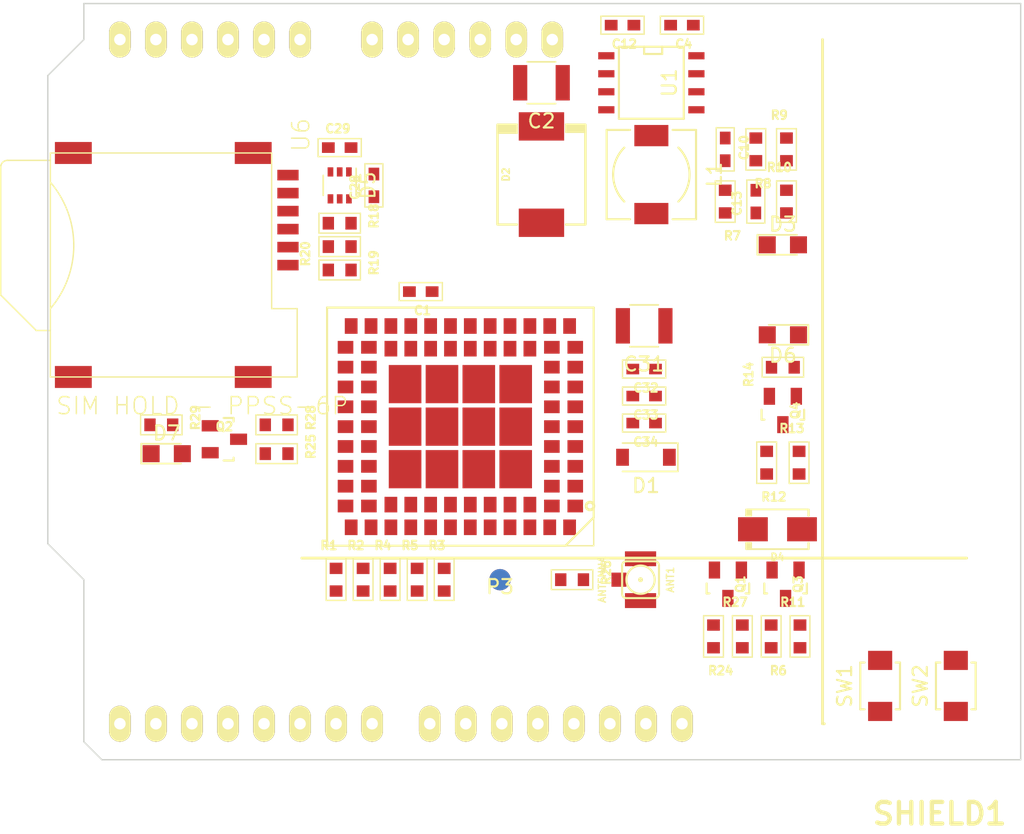
<source format=kicad_pcb>
(kicad_pcb (version 20170123) (host pcbnew no-vcs-found-7657~57~ubuntu14.04.1)

  (general
    (links 134)
    (no_connects 134)
    (area 98.374999 92.659999 167.055001 146.100001)
    (thickness 1.6)
    (drawings 12)
    (tracks 0)
    (zones 0)
    (modules 55)
    (nets 47)
  )

  (page A4)
  (layers
    (0 F.Cu signal)
    (31 B.Cu signal)
    (32 B.Adhes user)
    (33 F.Adhes user)
    (34 B.Paste user)
    (35 F.Paste user)
    (36 B.SilkS user)
    (37 F.SilkS user)
    (38 B.Mask user)
    (39 F.Mask user)
    (40 Dwgs.User user)
    (41 Cmts.User user)
    (42 Eco1.User user)
    (43 Eco2.User user)
    (44 Edge.Cuts user)
    (45 Margin user)
    (46 B.CrtYd user)
    (47 F.CrtYd user)
    (48 B.Fab user)
    (49 F.Fab user)
  )

  (setup
    (last_trace_width 0.25)
    (trace_clearance 0.2)
    (zone_clearance 0.508)
    (zone_45_only no)
    (trace_min 0.2)
    (segment_width 0.2)
    (edge_width 0.1)
    (via_size 0.8)
    (via_drill 0.4)
    (via_min_size 0.4)
    (via_min_drill 0.3)
    (uvia_size 0.3)
    (uvia_drill 0.1)
    (uvias_allowed no)
    (uvia_min_size 0.2)
    (uvia_min_drill 0.1)
    (pcb_text_width 0.3)
    (pcb_text_size 1.5 1.5)
    (mod_edge_width 0.15)
    (mod_text_size 1 1)
    (mod_text_width 0.15)
    (pad_size 1.5 1.5)
    (pad_drill 0.6)
    (pad_to_mask_clearance 0)
    (aux_axis_origin 0 0)
    (visible_elements FFFFFF7F)
    (pcbplotparams
      (layerselection 0x00030_ffffffff)
      (usegerberextensions false)
      (excludeedgelayer true)
      (linewidth 0.100000)
      (plotframeref false)
      (viasonmask false)
      (mode 1)
      (useauxorigin false)
      (hpglpennumber 1)
      (hpglpenspeed 20)
      (hpglpendiameter 15)
      (psnegative false)
      (psa4output false)
      (plotreference true)
      (plotvalue true)
      (plotinvisibletext false)
      (padsonsilk false)
      (subtractmaskfromsilk false)
      (outputformat 1)
      (mirror false)
      (drillshape 1)
      (scaleselection 1)
      (outputdirectory ""))
  )

  (net 0 "")
  (net 1 "Net-(ANT1-Pad1)")
  (net 2 +5V)
  (net 3 GND)
  (net 4 "Net-(C4-Pad1)")
  (net 5 "Net-(C10-Pad2)")
  (net 6 "Net-(C10-Pad1)")
  (net 7 "Net-(C12-Pad1)")
  (net 8 "Net-(C12-Pad2)")
  (net 9 VDD)
  (net 10 "Net-(C28-Pad1)")
  (net 11 "Net-(D3-Pad2)")
  (net 12 "Net-(D7-Pad1)")
  (net 13 GSM_ANT)
  (net 14 "Net-(Q1-Pad3)")
  (net 15 "Net-(Q2-Pad3)")
  (net 16 "Net-(Q2-Pad2)")
  (net 17 "Net-(R8-Pad1)")
  (net 18 SIM800L_DATA)
  (net 19 SIM800L_CLK)
  (net 20 SIM800L_RST)
  (net 21 SIM800L_NETLIGHT)
  (net 22 "Net-(C1-Pad1)")
  (net 23 "Net-(D4-Pad2)")
  (net 24 SIM800L_RESET)
  (net 25 "Net-(D6-Pad1)")
  (net 26 SIM800L_PWRKEY)
  (net 27 "Net-(Q3-Pad3)")
  (net 28 "Net-(Q4-Pad2)")
  (net 29 "Net-(Q4-Pad3)")
  (net 30 SIM800L_RXD)
  (net 31 "Net-(R1-Pad2)")
  (net 32 "Net-(R2-Pad2)")
  (net 33 SIM800L_TXD)
  (net 34 "Net-(R3-Pad2)")
  (net 35 SIM800L_DCD)
  (net 36 SIM800L_RI)
  (net 37 "Net-(R4-Pad2)")
  (net 38 "Net-(R5-Pad2)")
  (net 39 SIM800L_DTR)
  (net 40 RESET)
  (net 41 SIM800L_STATUS)
  (net 42 PWRKEY)
  (net 43 "Net-(R18-Pad1)")
  (net 44 "Net-(R19-Pad1)")
  (net 45 SIM800L_VDD)
  (net 46 "Net-(R20-Pad2)")

  (net_class Default "This is the default net class."
    (clearance 0.2)
    (trace_width 0.25)
    (via_dia 0.8)
    (via_drill 0.4)
    (uvia_dia 0.3)
    (uvia_drill 0.1)
    (add_net +5V)
    (add_net GND)
    (add_net GSM_ANT)
    (add_net "Net-(ANT1-Pad1)")
    (add_net "Net-(C1-Pad1)")
    (add_net "Net-(C10-Pad1)")
    (add_net "Net-(C10-Pad2)")
    (add_net "Net-(C12-Pad1)")
    (add_net "Net-(C12-Pad2)")
    (add_net "Net-(C28-Pad1)")
    (add_net "Net-(C4-Pad1)")
    (add_net "Net-(D3-Pad2)")
    (add_net "Net-(D4-Pad2)")
    (add_net "Net-(D6-Pad1)")
    (add_net "Net-(D7-Pad1)")
    (add_net "Net-(Q1-Pad3)")
    (add_net "Net-(Q2-Pad2)")
    (add_net "Net-(Q2-Pad3)")
    (add_net "Net-(Q3-Pad3)")
    (add_net "Net-(Q4-Pad2)")
    (add_net "Net-(Q4-Pad3)")
    (add_net "Net-(R1-Pad2)")
    (add_net "Net-(R18-Pad1)")
    (add_net "Net-(R19-Pad1)")
    (add_net "Net-(R2-Pad2)")
    (add_net "Net-(R20-Pad2)")
    (add_net "Net-(R3-Pad2)")
    (add_net "Net-(R4-Pad2)")
    (add_net "Net-(R5-Pad2)")
    (add_net "Net-(R8-Pad1)")
    (add_net PWRKEY)
    (add_net RESET)
    (add_net SIM800L_CLK)
    (add_net SIM800L_DATA)
    (add_net SIM800L_DCD)
    (add_net SIM800L_DTR)
    (add_net SIM800L_NETLIGHT)
    (add_net SIM800L_PWRKEY)
    (add_net SIM800L_RESET)
    (add_net SIM800L_RI)
    (add_net SIM800L_RST)
    (add_net SIM800L_RXD)
    (add_net SIM800L_STATUS)
    (add_net SIM800L_TXD)
    (add_net SIM800L_VDD)
    (add_net VDD)
  )

  (module lib:coaxial_u.fl-r-smt-1 (layer F.Cu) (tedit 0) (tstamp 58A06E8C)
    (at 140.208 133.35 270)
    (descr "Ultra small surface mount coaxial connector, Hirose U.FL-R-SMT-1")
    (path /57DA6B70)
    (fp_text reference ANT1 (at 0 -2.1 270) (layer F.SilkS)
      (effects (font (size 0.5 0.5) (thickness 0.1)))
    )
    (fp_text value ANTENNA (at 0 2.7 270) (layer F.SilkS)
      (effects (font (size 0.5 0.5) (thickness 0.1)))
    )
    (fp_circle (center 0 0) (end -0.1 0) (layer F.SilkS) (width 0.15))
    (fp_circle (center 0 0) (end -1 0) (layer F.SilkS) (width 0.15))
    (fp_line (start -1.3 1) (end -1.3 -1) (layer F.SilkS) (width 0.15))
    (fp_line (start 1 1.3) (end -1 1.3) (layer F.SilkS) (width 0.15))
    (fp_line (start 1.3 -1) (end 1.3 1) (layer F.SilkS) (width 0.15))
    (fp_line (start -1 -1.3) (end 1 -1.3) (layer F.SilkS) (width 0.15))
    (fp_arc (start -1 1) (end -1 1.3) (angle 90) (layer F.SilkS) (width 0.15))
    (fp_arc (start 1 1) (end 1.3 1) (angle 90) (layer F.SilkS) (width 0.15))
    (fp_arc (start 1 -1) (end 1 -1.3) (angle 90) (layer F.SilkS) (width 0.15))
    (fp_arc (start -1 -1) (end -1.3 -1) (angle 90) (layer F.SilkS) (width 0.15))
    (pad 2 smd rect (at -1.475 0 270) (size 1.05 2.2) (layers F.Cu F.Paste F.Mask)
      (solder_mask_margin 0.07) (solder_paste_margin -0.05))
    (pad 2 smd rect (at 1.475 0 270) (size 1.05 2.2) (layers F.Cu F.Paste F.Mask)
      (solder_mask_margin 0.07) (solder_paste_margin -0.05))
    (pad 1 smd rect (at 0 1.525 270) (size 1 1.05) (layers F.Cu F.Paste F.Mask)
      (net 1 "Net-(ANT1-Pad1)") (solder_mask_margin 0.07) (solder_paste_margin -0.05))
    (model walter/conn_rf/coaxial_u.fl-r-smt-1.wrl
      (at (xyz 0 0 0))
      (scale (xyz 1 1 1))
      (rotate (xyz 0 0 0))
    )
  )

  (module Capacitors_SMD:C_1210 (layer F.Cu) (tedit 5415D85D) (tstamp 58A06E92)
    (at 133.223 98.298 180)
    (descr "Capacitor SMD 1210, reflow soldering, AVX (see smccp.pdf)")
    (tags "capacitor 1210")
    (path /57AFEC6E)
    (attr smd)
    (fp_text reference C2 (at 0 -2.7 180) (layer F.SilkS)
      (effects (font (size 1 1) (thickness 0.15)))
    )
    (fp_text value 10uF/35V (at 0 2.7 180) (layer F.Fab)
      (effects (font (size 1 1) (thickness 0.15)))
    )
    (fp_line (start -1.6 1.25) (end -1.6 -1.25) (layer F.Fab) (width 0.1))
    (fp_line (start 1.6 1.25) (end -1.6 1.25) (layer F.Fab) (width 0.1))
    (fp_line (start 1.6 -1.25) (end 1.6 1.25) (layer F.Fab) (width 0.1))
    (fp_line (start -1.6 -1.25) (end 1.6 -1.25) (layer F.Fab) (width 0.1))
    (fp_line (start -2.3 -1.6) (end 2.3 -1.6) (layer F.CrtYd) (width 0.05))
    (fp_line (start -2.3 1.6) (end 2.3 1.6) (layer F.CrtYd) (width 0.05))
    (fp_line (start -2.3 -1.6) (end -2.3 1.6) (layer F.CrtYd) (width 0.05))
    (fp_line (start 2.3 -1.6) (end 2.3 1.6) (layer F.CrtYd) (width 0.05))
    (fp_line (start 1 -1.475) (end -1 -1.475) (layer F.SilkS) (width 0.12))
    (fp_line (start -1 1.475) (end 1 1.475) (layer F.SilkS) (width 0.12))
    (pad 1 smd rect (at -1.5 0 180) (size 1 2.5) (layers F.Cu F.Paste F.Mask)
      (net 2 +5V))
    (pad 2 smd rect (at 1.5 0 180) (size 1 2.5) (layers F.Cu F.Paste F.Mask)
      (net 3 GND))
    (model Capacitors_SMD.3dshapes/C_1210.wrl
      (at (xyz 0 0 0))
      (scale (xyz 1 1 1))
      (rotate (xyz 0 0 0))
    )
  )

  (module lib:C_0603 (layer F.Cu) (tedit 58072819) (tstamp 58A06E98)
    (at 143.129 94.234 180)
    (descr "Capacitor SMD 0603, hand soldering")
    (tags "capacitor 0603")
    (path /57DA6B55)
    (attr smd)
    (fp_text reference C4 (at -0.127 -1.3335) (layer F.SilkS)
      (effects (font (size 0.6 0.6) (thickness 0.15)))
    )
    (fp_text value 0.1uF (at 0 1.15 180) (layer F.Fab) hide
      (effects (font (size 0.6 0.6) (thickness 0.15)))
    )
    (fp_line (start -1.524 0.635) (end -1.524 -0.635) (layer F.SilkS) (width 0.1))
    (fp_line (start 1.524 0.635) (end -1.524 0.635) (layer F.SilkS) (width 0.1))
    (fp_line (start 1.524 -0.635) (end 1.524 0.635) (layer F.SilkS) (width 0.1))
    (fp_line (start -1.524 -0.635) (end 1.524 -0.635) (layer F.SilkS) (width 0.1))
    (pad 1 smd rect (at -0.799999 0 180) (size 0.9 0.75) (layers F.Cu F.Paste F.Mask)
      (net 4 "Net-(C4-Pad1)"))
    (pad 2 smd rect (at 0.799999 0 180) (size 0.9 0.75) (layers F.Cu F.Paste F.Mask)
      (net 3 GND))
    (model Capacitors_SMD.3dshapes/C_0603_HandSoldering.wrl
      (at (xyz 0 0 0))
      (scale (xyz 1 1 1))
      (rotate (xyz 0 0 0))
    )
  )

  (module lib:C_0603 (layer F.Cu) (tedit 58072819) (tstamp 58A06E9E)
    (at 146.177 102.997 270)
    (descr "Capacitor SMD 0603, hand soldering")
    (tags "capacitor 0603")
    (path /57DA6B56)
    (attr smd)
    (fp_text reference C10 (at -0.127 -1.3335 90) (layer F.SilkS)
      (effects (font (size 0.6 0.6) (thickness 0.15)))
    )
    (fp_text value 4.7nF (at 0 1.15 270) (layer F.Fab) hide
      (effects (font (size 0.6 0.6) (thickness 0.15)))
    )
    (fp_line (start -1.524 -0.635) (end 1.524 -0.635) (layer F.SilkS) (width 0.1))
    (fp_line (start 1.524 -0.635) (end 1.524 0.635) (layer F.SilkS) (width 0.1))
    (fp_line (start 1.524 0.635) (end -1.524 0.635) (layer F.SilkS) (width 0.1))
    (fp_line (start -1.524 0.635) (end -1.524 -0.635) (layer F.SilkS) (width 0.1))
    (pad 2 smd rect (at 0.799999 0 270) (size 0.9 0.75) (layers F.Cu F.Paste F.Mask)
      (net 5 "Net-(C10-Pad2)"))
    (pad 1 smd rect (at -0.799999 0 270) (size 0.9 0.75) (layers F.Cu F.Paste F.Mask)
      (net 6 "Net-(C10-Pad1)"))
    (model Capacitors_SMD.3dshapes/C_0603_HandSoldering.wrl
      (at (xyz 0 0 0))
      (scale (xyz 1 1 1))
      (rotate (xyz 0 0 0))
    )
  )

  (module lib:C_0603 (layer F.Cu) (tedit 58072819) (tstamp 58A06EA4)
    (at 138.938 94.234 180)
    (descr "Capacitor SMD 0603, hand soldering")
    (tags "capacitor 0603")
    (path /57DA6B59)
    (attr smd)
    (fp_text reference C12 (at -0.127 -1.3335) (layer F.SilkS)
      (effects (font (size 0.6 0.6) (thickness 0.15)))
    )
    (fp_text value 10nF (at 0 1.15 180) (layer F.Fab) hide
      (effects (font (size 0.6 0.6) (thickness 0.15)))
    )
    (fp_line (start -1.524 0.635) (end -1.524 -0.635) (layer F.SilkS) (width 0.1))
    (fp_line (start 1.524 0.635) (end -1.524 0.635) (layer F.SilkS) (width 0.1))
    (fp_line (start 1.524 -0.635) (end 1.524 0.635) (layer F.SilkS) (width 0.1))
    (fp_line (start -1.524 -0.635) (end 1.524 -0.635) (layer F.SilkS) (width 0.1))
    (pad 1 smd rect (at -0.799999 0 180) (size 0.9 0.75) (layers F.Cu F.Paste F.Mask)
      (net 7 "Net-(C12-Pad1)"))
    (pad 2 smd rect (at 0.799999 0 180) (size 0.9 0.75) (layers F.Cu F.Paste F.Mask)
      (net 8 "Net-(C12-Pad2)"))
    (model Capacitors_SMD.3dshapes/C_0603_HandSoldering.wrl
      (at (xyz 0 0 0))
      (scale (xyz 1 1 1))
      (rotate (xyz 0 0 0))
    )
  )

  (module lib:C_0603 (layer F.Cu) (tedit 58072819) (tstamp 58A06EAA)
    (at 148.336 106.68 90)
    (descr "Capacitor SMD 0603, hand soldering")
    (tags "capacitor 0603")
    (path /57DA6B5C)
    (attr smd)
    (fp_text reference C13 (at -0.127 -1.3335 270) (layer F.SilkS)
      (effects (font (size 0.6 0.6) (thickness 0.15)))
    )
    (fp_text value 47uF (at 0 1.15 90) (layer F.Fab) hide
      (effects (font (size 0.6 0.6) (thickness 0.15)))
    )
    (fp_line (start -1.524 -0.635) (end 1.524 -0.635) (layer F.SilkS) (width 0.1))
    (fp_line (start 1.524 -0.635) (end 1.524 0.635) (layer F.SilkS) (width 0.1))
    (fp_line (start 1.524 0.635) (end -1.524 0.635) (layer F.SilkS) (width 0.1))
    (fp_line (start -1.524 0.635) (end -1.524 -0.635) (layer F.SilkS) (width 0.1))
    (pad 2 smd rect (at 0.799999 0 90) (size 0.9 0.75) (layers F.Cu F.Paste F.Mask)
      (net 3 GND))
    (pad 1 smd rect (at -0.799999 0 90) (size 0.9 0.75) (layers F.Cu F.Paste F.Mask)
      (net 9 VDD))
    (model Capacitors_SMD.3dshapes/C_0603_HandSoldering.wrl
      (at (xyz 0 0 0))
      (scale (xyz 1 1 1))
      (rotate (xyz 0 0 0))
    )
  )

  (module lib:C_0603 (layer F.Cu) (tedit 58072819) (tstamp 58A06EB0)
    (at 121.412 105.537 90)
    (descr "Capacitor SMD 0603, hand soldering")
    (tags "capacitor 0603")
    (path /57DA6BB6)
    (attr smd)
    (fp_text reference C28 (at -0.127 -1.3335 270) (layer F.SilkS)
      (effects (font (size 0.6 0.6) (thickness 0.15)))
    )
    (fp_text value 100nF (at 0 1.15 90) (layer F.Fab) hide
      (effects (font (size 0.6 0.6) (thickness 0.15)))
    )
    (fp_line (start -1.524 0.635) (end -1.524 -0.635) (layer F.SilkS) (width 0.1))
    (fp_line (start 1.524 0.635) (end -1.524 0.635) (layer F.SilkS) (width 0.1))
    (fp_line (start 1.524 -0.635) (end 1.524 0.635) (layer F.SilkS) (width 0.1))
    (fp_line (start -1.524 -0.635) (end 1.524 -0.635) (layer F.SilkS) (width 0.1))
    (pad 1 smd rect (at -0.799999 0 90) (size 0.9 0.75) (layers F.Cu F.Paste F.Mask)
      (net 10 "Net-(C28-Pad1)"))
    (pad 2 smd rect (at 0.799999 0 90) (size 0.9 0.75) (layers F.Cu F.Paste F.Mask)
      (net 3 GND))
    (model Capacitors_SMD.3dshapes/C_0603_HandSoldering.wrl
      (at (xyz 0 0 0))
      (scale (xyz 1 1 1))
      (rotate (xyz 0 0 0))
    )
  )

  (module lib:C_0603 (layer F.Cu) (tedit 58072819) (tstamp 58A06EB6)
    (at 118.999 102.87)
    (descr "Capacitor SMD 0603, hand soldering")
    (tags "capacitor 0603")
    (path /57DA6BB7)
    (attr smd)
    (fp_text reference C29 (at -0.127 -1.3335 180) (layer F.SilkS)
      (effects (font (size 0.6 0.6) (thickness 0.15)))
    )
    (fp_text value 22pF (at 0 1.15) (layer F.Fab) hide
      (effects (font (size 0.6 0.6) (thickness 0.15)))
    )
    (fp_line (start -1.524 -0.635) (end 1.524 -0.635) (layer F.SilkS) (width 0.1))
    (fp_line (start 1.524 -0.635) (end 1.524 0.635) (layer F.SilkS) (width 0.1))
    (fp_line (start 1.524 0.635) (end -1.524 0.635) (layer F.SilkS) (width 0.1))
    (fp_line (start -1.524 0.635) (end -1.524 -0.635) (layer F.SilkS) (width 0.1))
    (pad 2 smd rect (at 0.799999 0) (size 0.9 0.75) (layers F.Cu F.Paste F.Mask)
      (net 3 GND))
    (pad 1 smd rect (at -0.799999 0) (size 0.9 0.75) (layers F.Cu F.Paste F.Mask)
      (net 18 SIM800L_DATA))
    (model Capacitors_SMD.3dshapes/C_0603_HandSoldering.wrl
      (at (xyz 0 0 0))
      (scale (xyz 1 1 1))
      (rotate (xyz 0 0 0))
    )
  )

  (module Capacitors_SMD:C_1210 (layer F.Cu) (tedit 5415D85D) (tstamp 58A06EBC)
    (at 140.462 115.443 180)
    (descr "Capacitor SMD 1210, reflow soldering, AVX (see smccp.pdf)")
    (tags "capacitor 1210")
    (path /57DA6B60)
    (attr smd)
    (fp_text reference C31 (at 0 -2.7 180) (layer F.SilkS)
      (effects (font (size 1 1) (thickness 0.15)))
    )
    (fp_text value 100uF (at 0 2.7 180) (layer F.Fab)
      (effects (font (size 1 1) (thickness 0.15)))
    )
    (fp_line (start -1 1.475) (end 1 1.475) (layer F.SilkS) (width 0.12))
    (fp_line (start 1 -1.475) (end -1 -1.475) (layer F.SilkS) (width 0.12))
    (fp_line (start 2.3 -1.6) (end 2.3 1.6) (layer F.CrtYd) (width 0.05))
    (fp_line (start -2.3 -1.6) (end -2.3 1.6) (layer F.CrtYd) (width 0.05))
    (fp_line (start -2.3 1.6) (end 2.3 1.6) (layer F.CrtYd) (width 0.05))
    (fp_line (start -2.3 -1.6) (end 2.3 -1.6) (layer F.CrtYd) (width 0.05))
    (fp_line (start -1.6 -1.25) (end 1.6 -1.25) (layer F.Fab) (width 0.1))
    (fp_line (start 1.6 -1.25) (end 1.6 1.25) (layer F.Fab) (width 0.1))
    (fp_line (start 1.6 1.25) (end -1.6 1.25) (layer F.Fab) (width 0.1))
    (fp_line (start -1.6 1.25) (end -1.6 -1.25) (layer F.Fab) (width 0.1))
    (pad 2 smd rect (at 1.5 0 180) (size 1 2.5) (layers F.Cu F.Paste F.Mask)
      (net 3 GND))
    (pad 1 smd rect (at -1.5 0 180) (size 1 2.5) (layers F.Cu F.Paste F.Mask)
      (net 9 VDD))
    (model Capacitors_SMD.3dshapes/C_1210.wrl
      (at (xyz 0 0 0))
      (scale (xyz 1 1 1))
      (rotate (xyz 0 0 0))
    )
  )

  (module lib:C_0603 (layer F.Cu) (tedit 58072819) (tstamp 58A06EC2)
    (at 140.462 118.491 180)
    (descr "Capacitor SMD 0603, hand soldering")
    (tags "capacitor 0603")
    (path /57DA6B61)
    (attr smd)
    (fp_text reference C32 (at -0.127 -1.3335) (layer F.SilkS)
      (effects (font (size 0.6 0.6) (thickness 0.15)))
    )
    (fp_text value 10uF (at 0 1.15 180) (layer F.Fab) hide
      (effects (font (size 0.6 0.6) (thickness 0.15)))
    )
    (fp_line (start -1.524 0.635) (end -1.524 -0.635) (layer F.SilkS) (width 0.1))
    (fp_line (start 1.524 0.635) (end -1.524 0.635) (layer F.SilkS) (width 0.1))
    (fp_line (start 1.524 -0.635) (end 1.524 0.635) (layer F.SilkS) (width 0.1))
    (fp_line (start -1.524 -0.635) (end 1.524 -0.635) (layer F.SilkS) (width 0.1))
    (pad 1 smd rect (at -0.799999 0 180) (size 0.9 0.75) (layers F.Cu F.Paste F.Mask)
      (net 9 VDD))
    (pad 2 smd rect (at 0.799999 0 180) (size 0.9 0.75) (layers F.Cu F.Paste F.Mask)
      (net 3 GND))
    (model Capacitors_SMD.3dshapes/C_0603_HandSoldering.wrl
      (at (xyz 0 0 0))
      (scale (xyz 1 1 1))
      (rotate (xyz 0 0 0))
    )
  )

  (module lib:C_0603 (layer F.Cu) (tedit 58072819) (tstamp 58A06EC8)
    (at 140.462 120.396 180)
    (descr "Capacitor SMD 0603, hand soldering")
    (tags "capacitor 0603")
    (path /57DA6B62)
    (attr smd)
    (fp_text reference C33 (at -0.127 -1.3335) (layer F.SilkS)
      (effects (font (size 0.6 0.6) (thickness 0.15)))
    )
    (fp_text value 33pF (at 0 1.15 180) (layer F.Fab) hide
      (effects (font (size 0.6 0.6) (thickness 0.15)))
    )
    (fp_line (start -1.524 -0.635) (end 1.524 -0.635) (layer F.SilkS) (width 0.1))
    (fp_line (start 1.524 -0.635) (end 1.524 0.635) (layer F.SilkS) (width 0.1))
    (fp_line (start 1.524 0.635) (end -1.524 0.635) (layer F.SilkS) (width 0.1))
    (fp_line (start -1.524 0.635) (end -1.524 -0.635) (layer F.SilkS) (width 0.1))
    (pad 2 smd rect (at 0.799999 0 180) (size 0.9 0.75) (layers F.Cu F.Paste F.Mask)
      (net 3 GND))
    (pad 1 smd rect (at -0.799999 0 180) (size 0.9 0.75) (layers F.Cu F.Paste F.Mask)
      (net 9 VDD))
    (model Capacitors_SMD.3dshapes/C_0603_HandSoldering.wrl
      (at (xyz 0 0 0))
      (scale (xyz 1 1 1))
      (rotate (xyz 0 0 0))
    )
  )

  (module lib:C_0603 (layer F.Cu) (tedit 58072819) (tstamp 58A06ECE)
    (at 140.462 122.301 180)
    (descr "Capacitor SMD 0603, hand soldering")
    (tags "capacitor 0603")
    (path /57DA6B63)
    (attr smd)
    (fp_text reference C34 (at -0.127 -1.3335) (layer F.SilkS)
      (effects (font (size 0.6 0.6) (thickness 0.15)))
    )
    (fp_text value 10pF (at 0 1.15 180) (layer F.Fab) hide
      (effects (font (size 0.6 0.6) (thickness 0.15)))
    )
    (fp_line (start -1.524 -0.635) (end 1.524 -0.635) (layer F.SilkS) (width 0.1))
    (fp_line (start 1.524 -0.635) (end 1.524 0.635) (layer F.SilkS) (width 0.1))
    (fp_line (start 1.524 0.635) (end -1.524 0.635) (layer F.SilkS) (width 0.1))
    (fp_line (start -1.524 0.635) (end -1.524 -0.635) (layer F.SilkS) (width 0.1))
    (pad 2 smd rect (at 0.799999 0 180) (size 0.9 0.75) (layers F.Cu F.Paste F.Mask)
      (net 3 GND))
    (pad 1 smd rect (at -0.799999 0 180) (size 0.9 0.75) (layers F.Cu F.Paste F.Mask)
      (net 9 VDD))
    (model Capacitors_SMD.3dshapes/C_0603_HandSoldering.wrl
      (at (xyz 0 0 0))
      (scale (xyz 1 1 1))
      (rotate (xyz 0 0 0))
    )
  )

  (module Diodes_SMD:D_SOD-123 (layer F.Cu) (tedit 58645DC7) (tstamp 58A06ED4)
    (at 140.589 124.714 180)
    (descr SOD-123)
    (tags SOD-123)
    (path /58A32CC4)
    (attr smd)
    (fp_text reference D1 (at 0 -2 180) (layer F.SilkS)
      (effects (font (size 1 1) (thickness 0.15)))
    )
    (fp_text value 5.1V/500mA (at 0 2.1 180) (layer F.Fab)
      (effects (font (size 1 1) (thickness 0.15)))
    )
    (fp_line (start -2.25 -1) (end 1.65 -1) (layer F.SilkS) (width 0.12))
    (fp_line (start -2.25 1) (end 1.65 1) (layer F.SilkS) (width 0.12))
    (fp_line (start -2.35 -1.15) (end -2.35 1.15) (layer F.CrtYd) (width 0.05))
    (fp_line (start 2.35 1.15) (end -2.35 1.15) (layer F.CrtYd) (width 0.05))
    (fp_line (start 2.35 -1.15) (end 2.35 1.15) (layer F.CrtYd) (width 0.05))
    (fp_line (start -2.35 -1.15) (end 2.35 -1.15) (layer F.CrtYd) (width 0.05))
    (fp_line (start -1.4 -0.9) (end 1.4 -0.9) (layer F.Fab) (width 0.1))
    (fp_line (start 1.4 -0.9) (end 1.4 0.9) (layer F.Fab) (width 0.1))
    (fp_line (start 1.4 0.9) (end -1.4 0.9) (layer F.Fab) (width 0.1))
    (fp_line (start -1.4 0.9) (end -1.4 -0.9) (layer F.Fab) (width 0.1))
    (fp_line (start -0.75 0) (end -0.35 0) (layer F.Fab) (width 0.1))
    (fp_line (start -0.35 0) (end -0.35 -0.55) (layer F.Fab) (width 0.1))
    (fp_line (start -0.35 0) (end -0.35 0.55) (layer F.Fab) (width 0.1))
    (fp_line (start -0.35 0) (end 0.25 -0.4) (layer F.Fab) (width 0.1))
    (fp_line (start 0.25 -0.4) (end 0.25 0.4) (layer F.Fab) (width 0.1))
    (fp_line (start 0.25 0.4) (end -0.35 0) (layer F.Fab) (width 0.1))
    (fp_line (start 0.25 0) (end 0.75 0) (layer F.Fab) (width 0.1))
    (fp_line (start -2.25 -1) (end -2.25 1) (layer F.SilkS) (width 0.12))
    (pad 2 smd rect (at 1.65 0 180) (size 0.9 1.2) (layers F.Cu F.Paste F.Mask)
      (net 3 GND))
    (pad 1 smd rect (at -1.65 0 180) (size 0.9 1.2) (layers F.Cu F.Paste F.Mask)
      (net 9 VDD))
    (model ${KISYS3DMOD}/Diodes_SMD.3dshapes/D_SOD-123.wrl
      (at (xyz 0 0 0))
      (scale (xyz 1 1 1))
      (rotate (xyz 0 0 0))
    )
  )

  (module lib:do214ab (layer F.Cu) (tedit 57DAC796) (tstamp 58A06EDA)
    (at 133.223 104.775 90)
    (descr DO214AB)
    (path /57DA6B58)
    (fp_text reference D2 (at 0 -2.49936 90) (layer F.SilkS)
      (effects (font (size 0.50038 0.50038) (thickness 0.11938)))
    )
    (fp_text value MBRS340 (at 0 2.49936 90) (layer F.SilkS) hide
      (effects (font (size 0.50038 0.50038) (thickness 0.11938)))
    )
    (fp_line (start -3.4925 1.7145) (end -3.556 1.7145) (layer F.SilkS) (width 0.1))
    (fp_line (start -3.4925 3.1115) (end -3.4925 1.7145) (layer F.SilkS) (width 0.1))
    (fp_line (start -3.556 3.1115) (end -3.556 1.7145) (layer F.SilkS) (width 0.1))
    (fp_line (start -3.556 -1.7145) (end -3.4925 -1.7145) (layer F.SilkS) (width 0.1))
    (fp_line (start -3.556 -3.1115) (end -3.556 -1.7145) (layer F.SilkS) (width 0.1))
    (fp_line (start -3.4925 -3.1115) (end -3.4925 -1.7145) (layer F.SilkS) (width 0.1))
    (fp_line (start 3.2385 1.8415) (end 3.2385 1.778) (layer F.SilkS) (width 0.1))
    (fp_line (start 3.2385 1.778) (end 3.302 1.8415) (layer F.SilkS) (width 0.1))
    (fp_line (start 3.556 1.905) (end 3.556 1.7145) (layer F.SilkS) (width 0.1))
    (fp_line (start 2.9845 1.9685) (end 2.9845 1.7145) (layer F.SilkS) (width 0.1))
    (fp_line (start 2.9845 1.8415) (end 3.429 1.905) (layer F.SilkS) (width 0.1))
    (fp_line (start 2.9845 1.778) (end 3.4925 1.778) (layer F.SilkS) (width 0.1))
    (fp_line (start 2.9845 1.7145) (end 3.556 1.7145) (layer F.SilkS) (width 0.1))
    (fp_line (start 2.9845 3.048) (end 2.9845 1.905) (layer F.SilkS) (width 0.1))
    (fp_line (start 3.048 2.9845) (end 3.048 1.8415) (layer F.SilkS) (width 0.1))
    (fp_line (start 3.1115 3.048) (end 3.1115 1.905) (layer F.SilkS) (width 0.1))
    (fp_line (start 3.175 3.048) (end 3.175 1.8415) (layer F.SilkS) (width 0.1))
    (fp_line (start 3.429 2.8575) (end 3.429 3.1115) (layer F.SilkS) (width 0.1))
    (fp_line (start 3.2385 2.9845) (end 3.2385 1.8415) (layer F.SilkS) (width 0.1))
    (fp_line (start 3.302 2.9845) (end 3.302 1.905) (layer F.SilkS) (width 0.1))
    (fp_line (start 3.302 2.8575) (end 3.3655 1.8415) (layer F.SilkS) (width 0.1))
    (fp_line (start 3.3655 3.048) (end 3.3655 1.778) (layer F.SilkS) (width 0.1))
    (fp_line (start 3.429 2.921) (end 3.429 1.778) (layer F.SilkS) (width 0.1))
    (fp_line (start 3.4925 3.048) (end 3.4925 1.8415) (layer F.SilkS) (width 0.1))
    (fp_line (start 3.556 3.1115) (end 3.556 1.778) (layer F.SilkS) (width 0.1))
    (fp_line (start 3.4925 3.1115) (end 3.429 3.048) (layer F.SilkS) (width 0.1))
    (fp_line (start 3.048 -3.048) (end 3.048 -2.8575) (layer F.SilkS) (width 0.1))
    (fp_line (start 2.921 -1.778) (end 3.556 -1.778) (layer F.SilkS) (width 0.1))
    (fp_line (start 2.921 -1.7145) (end 3.556 -1.7145) (layer F.SilkS) (width 0.1))
    (fp_line (start 2.9845 -2.9845) (end 2.9845 -1.778) (layer F.SilkS) (width 0.1))
    (fp_line (start 2.921 -3.048) (end 2.921 -1.7145) (layer F.SilkS) (width 0.1))
    (fp_line (start 3.048 -3.048) (end 3.048 -1.778) (layer F.SilkS) (width 0.1))
    (fp_line (start 3.048 -1.778) (end 3.048 -2.9845) (layer F.SilkS) (width 0.1))
    (fp_line (start 3.1115 -2.9845) (end 3.1115 -1.778) (layer F.SilkS) (width 0.1))
    (fp_line (start 3.175 -2.9845) (end 3.175 -1.778) (layer F.SilkS) (width 0.1))
    (fp_line (start 3.2385 -3.048) (end 3.2385 -1.778) (layer F.SilkS) (width 0.1))
    (fp_line (start 3.2385 -2.921) (end 3.2385 -1.778) (layer F.SilkS) (width 0.1))
    (fp_line (start 3.302 -3.048) (end 3.302 -1.7145) (layer F.SilkS) (width 0.1))
    (fp_line (start 3.3655 -3.048) (end 3.3655 -1.778) (layer F.SilkS) (width 0.1))
    (fp_line (start 3.429 -3.048) (end 3.429 -1.778) (layer F.SilkS) (width 0.1))
    (fp_line (start 3.4925 -3.048) (end 3.4925 -1.778) (layer F.SilkS) (width 0.1))
    (fp_line (start 3.556 -3.1115) (end 3.556 -1.7145) (layer F.SilkS) (width 0.1))
    (fp_line (start -3.49758 -3.0988) (end 3.49758 -3.0988) (layer F.SilkS) (width 0.1778))
    (fp_line (start 3.50012 3.0988) (end -3.50012 3.0988) (layer F.SilkS) (width 0.1778))
    (pad 2 smd rect (at 3.39852 0 90) (size 1.99898 3.19786) (layers F.Cu F.Paste F.Mask)
      (net 3 GND))
    (pad 1 smd rect (at -3.39852 0 90) (size 1.99898 3.19786) (layers F.Cu F.Paste F.Mask)
      (net 7 "Net-(C12-Pad1)"))
    (model walter/smd_diode/do214ab.wrl
      (at (xyz 0 0 0))
      (scale (xyz 1 1 1))
      (rotate (xyz 0 0 0))
    )
  )

  (module LEDs:LED_0805 (layer F.Cu) (tedit 57FE93EC) (tstamp 58A06EE0)
    (at 150.241 109.728)
    (descr "LED 0805 smd package")
    (tags "LED led 0805 SMD smd SMT smt smdled SMDLED smtled SMTLED")
    (path /57DA6B76)
    (attr smd)
    (fp_text reference D3 (at 0 -1.45) (layer F.SilkS)
      (effects (font (size 1 1) (thickness 0.15)))
    )
    (fp_text value Led_pwr (at 0 1.55) (layer F.Fab)
      (effects (font (size 1 1) (thickness 0.15)))
    )
    (fp_line (start -1.8 -0.7) (end -1.8 0.7) (layer F.SilkS) (width 0.12))
    (fp_line (start -0.4 -0.4) (end -0.4 0.4) (layer F.Fab) (width 0.1))
    (fp_line (start -0.4 0) (end 0.2 -0.4) (layer F.Fab) (width 0.1))
    (fp_line (start 0.2 0.4) (end -0.4 0) (layer F.Fab) (width 0.1))
    (fp_line (start 0.2 -0.4) (end 0.2 0.4) (layer F.Fab) (width 0.1))
    (fp_line (start 1 0.6) (end -1 0.6) (layer F.Fab) (width 0.1))
    (fp_line (start 1 -0.6) (end 1 0.6) (layer F.Fab) (width 0.1))
    (fp_line (start -1 -0.6) (end 1 -0.6) (layer F.Fab) (width 0.1))
    (fp_line (start -1 0.6) (end -1 -0.6) (layer F.Fab) (width 0.1))
    (fp_line (start -1.8 0.7) (end 1 0.7) (layer F.SilkS) (width 0.12))
    (fp_line (start -1.8 -0.7) (end 1 -0.7) (layer F.SilkS) (width 0.12))
    (fp_line (start 1.95 -0.85) (end 1.95 0.85) (layer F.CrtYd) (width 0.05))
    (fp_line (start 1.95 0.85) (end -1.95 0.85) (layer F.CrtYd) (width 0.05))
    (fp_line (start -1.95 0.85) (end -1.95 -0.85) (layer F.CrtYd) (width 0.05))
    (fp_line (start -1.95 -0.85) (end 1.95 -0.85) (layer F.CrtYd) (width 0.05))
    (pad 2 smd rect (at 1.1 0 180) (size 1.2 1.2) (layers F.Cu F.Paste F.Mask)
      (net 11 "Net-(D3-Pad2)"))
    (pad 1 smd rect (at -1.1 0 180) (size 1.2 1.2) (layers F.Cu F.Paste F.Mask)
      (net 3 GND))
    (model LEDs.3dshapes/LED_0805.wrl
      (at (xyz 0 0 0))
      (scale (xyz 1 1 1))
      (rotate (xyz 0 0 180))
    )
  )

  (module LEDs:LED_0805 (layer F.Cu) (tedit 57FE93EC) (tstamp 58A06EE6)
    (at 106.807 124.46)
    (descr "LED 0805 smd package")
    (tags "LED led 0805 SMD smd SMT smt smdled SMDLED smtled SMTLED")
    (path /57DA6B78)
    (attr smd)
    (fp_text reference D7 (at 0 -1.45) (layer F.SilkS)
      (effects (font (size 1 1) (thickness 0.15)))
    )
    (fp_text value Led_SIM (at 0 1.55) (layer F.Fab)
      (effects (font (size 1 1) (thickness 0.15)))
    )
    (fp_line (start -1.95 -0.85) (end 1.95 -0.85) (layer F.CrtYd) (width 0.05))
    (fp_line (start -1.95 0.85) (end -1.95 -0.85) (layer F.CrtYd) (width 0.05))
    (fp_line (start 1.95 0.85) (end -1.95 0.85) (layer F.CrtYd) (width 0.05))
    (fp_line (start 1.95 -0.85) (end 1.95 0.85) (layer F.CrtYd) (width 0.05))
    (fp_line (start -1.8 -0.7) (end 1 -0.7) (layer F.SilkS) (width 0.12))
    (fp_line (start -1.8 0.7) (end 1 0.7) (layer F.SilkS) (width 0.12))
    (fp_line (start -1 0.6) (end -1 -0.6) (layer F.Fab) (width 0.1))
    (fp_line (start -1 -0.6) (end 1 -0.6) (layer F.Fab) (width 0.1))
    (fp_line (start 1 -0.6) (end 1 0.6) (layer F.Fab) (width 0.1))
    (fp_line (start 1 0.6) (end -1 0.6) (layer F.Fab) (width 0.1))
    (fp_line (start 0.2 -0.4) (end 0.2 0.4) (layer F.Fab) (width 0.1))
    (fp_line (start 0.2 0.4) (end -0.4 0) (layer F.Fab) (width 0.1))
    (fp_line (start -0.4 0) (end 0.2 -0.4) (layer F.Fab) (width 0.1))
    (fp_line (start -0.4 -0.4) (end -0.4 0.4) (layer F.Fab) (width 0.1))
    (fp_line (start -1.8 -0.7) (end -1.8 0.7) (layer F.SilkS) (width 0.12))
    (pad 1 smd rect (at -1.1 0 180) (size 1.2 1.2) (layers F.Cu F.Paste F.Mask)
      (net 12 "Net-(D7-Pad1)"))
    (pad 2 smd rect (at 1.1 0 180) (size 1.2 1.2) (layers F.Cu F.Paste F.Mask)
      (net 9 VDD))
    (model LEDs.3dshapes/LED_0805.wrl
      (at (xyz 0 0 0))
      (scale (xyz 1 1 1))
      (rotate (xyz 0 0 180))
    )
  )

  (module Choke_SMD:Choke_SMD_6.3x6.3_H3 (layer F.Cu) (tedit 552CF7E1) (tstamp 58A06EEC)
    (at 140.97 104.775 270)
    (descr "Choke, SMD, 6.3x6.3mm 3mm height")
    (tags "Choke, SMD")
    (path /57AFF329)
    (attr smd)
    (fp_text reference L1 (at 0 -4.445 270) (layer F.SilkS)
      (effects (font (size 1 1) (thickness 0.15)))
    )
    (fp_text value 4.7uH-2.2A (at 0 4.445 270) (layer F.Fab)
      (effects (font (size 1 1) (thickness 0.15)))
    )
    (fp_line (start -3.15 3.15) (end 3.15 3.15) (layer F.SilkS) (width 0.15))
    (fp_line (start -3.15 -3.15) (end 3.15 -3.15) (layer F.SilkS) (width 0.15))
    (fp_line (start -3.15 -3.15) (end -3.15 -1.5) (layer F.SilkS) (width 0.15))
    (fp_line (start -3.15 3.15) (end -3.15 1.5) (layer F.SilkS) (width 0.15))
    (fp_line (start 3.15 -3.15) (end 3.15 -1.5) (layer F.SilkS) (width 0.15))
    (fp_line (start 3.15 3.15) (end 3.15 1.5) (layer F.SilkS) (width 0.15))
    (fp_arc (start 0 0) (end 1.905 1.905) (angle 90) (layer F.SilkS) (width 0.15))
    (fp_arc (start 0 0) (end -1.905 -1.905) (angle 90) (layer F.SilkS) (width 0.15))
    (fp_line (start 3.75 -3.4) (end -3.75 -3.4) (layer F.CrtYd) (width 0.05))
    (fp_line (start 3.75 3.4) (end 3.75 -3.4) (layer F.CrtYd) (width 0.05))
    (fp_line (start -3.75 3.4) (end 3.75 3.4) (layer F.CrtYd) (width 0.05))
    (fp_line (start -3.75 -3.4) (end -3.75 3.4) (layer F.CrtYd) (width 0.05))
    (pad 2 smd rect (at 2.75 0 270) (size 1.5 2.4) (layers F.Cu F.Paste F.Mask)
      (net 9 VDD))
    (pad 1 smd rect (at -2.75 0 270) (size 1.5 2.4) (layers F.Cu F.Paste F.Mask)
      (net 7 "Net-(C12-Pad1)"))
  )

  (module lib:point_test (layer F.Cu) (tedit 57DABADF) (tstamp 58A06EF1)
    (at 130.302 133.35)
    (path /57DA6B71)
    (fp_text reference P3 (at 0 0.5) (layer F.SilkS)
      (effects (font (size 1 1) (thickness 0.15)))
    )
    (fp_text value "Chip anten" (at 0 -0.5) (layer F.Fab)
      (effects (font (size 1 1) (thickness 0.15)))
    )
    (pad 1 thru_hole circle (at 0 0) (size 1.5 1.5) (drill 0.0001) (layers *.Cu *.Mask)
      (net 13 GSM_ANT))
  )

  (module lib:SOT-23 (layer F.Cu) (tedit 57CEC73B) (tstamp 58A06EF8)
    (at 146.3675 133.6675 180)
    (descr "SOT-23, Handsoldering")
    (tags SOT-23)
    (path /57DA6BAE)
    (attr smd)
    (fp_text reference Q1 (at -0.889 0 270) (layer F.SilkS)
      (effects (font (size 0.6 0.6) (thickness 0.15)))
    )
    (fp_text value 2SC1815 (at 0 3.81 180) (layer F.Fab) hide
      (effects (font (size 1 1) (thickness 0.15)))
    )
    (fp_line (start -1.49982 0.0508) (end -1.49982 -0.65024) (layer F.SilkS) (width 0.15))
    (fp_line (start -1.49982 -0.65024) (end -1.2509 -0.65024) (layer F.SilkS) (width 0.15))
    (fp_line (start 1.29916 -0.65024) (end 1.49982 -0.65024) (layer F.SilkS) (width 0.15))
    (fp_line (start 1.49982 -0.65024) (end 1.49982 0.0508) (layer F.SilkS) (width 0.15))
    (pad 1 smd rect (at -0.95 1 180) (size 0.8001 1.2) (layers F.Cu F.Paste F.Mask)
      (net 3 GND))
    (pad 2 smd rect (at 0.95 1 180) (size 0.8001 1.2) (layers F.Cu F.Paste F.Mask)
      (net 26 SIM800L_PWRKEY))
    (pad 3 smd rect (at 0 -1 180) (size 0.8001 1.2) (layers F.Cu F.Paste F.Mask)
      (net 14 "Net-(Q1-Pad3)"))
    (model TO_SOT_Packages_SMD.3dshapes/SOT-23_Handsoldering.wrl
      (at (xyz 0 0 0))
      (scale (xyz 1 1 1))
      (rotate (xyz 0 0 0))
    )
  )

  (module lib:SOT-23 (layer F.Cu) (tedit 57CEC73B) (tstamp 58A06EFF)
    (at 110.871 123.444 270)
    (descr "SOT-23, Handsoldering")
    (tags SOT-23)
    (path /57DA6BAD)
    (attr smd)
    (fp_text reference Q2 (at -0.889 0) (layer F.SilkS)
      (effects (font (size 0.6 0.6) (thickness 0.15)))
    )
    (fp_text value 2SC1815 (at 0 3.81 270) (layer F.Fab) hide
      (effects (font (size 1 1) (thickness 0.15)))
    )
    (fp_line (start 1.49982 -0.65024) (end 1.49982 0.0508) (layer F.SilkS) (width 0.15))
    (fp_line (start 1.29916 -0.65024) (end 1.49982 -0.65024) (layer F.SilkS) (width 0.15))
    (fp_line (start -1.49982 -0.65024) (end -1.2509 -0.65024) (layer F.SilkS) (width 0.15))
    (fp_line (start -1.49982 0.0508) (end -1.49982 -0.65024) (layer F.SilkS) (width 0.15))
    (pad 3 smd rect (at 0 -1 270) (size 0.8001 1.2) (layers F.Cu F.Paste F.Mask)
      (net 15 "Net-(Q2-Pad3)"))
    (pad 2 smd rect (at 0.95 1 270) (size 0.8001 1.2) (layers F.Cu F.Paste F.Mask)
      (net 16 "Net-(Q2-Pad2)"))
    (pad 1 smd rect (at -0.95 1 270) (size 0.8001 1.2) (layers F.Cu F.Paste F.Mask)
      (net 3 GND))
    (model TO_SOT_Packages_SMD.3dshapes/SOT-23_Handsoldering.wrl
      (at (xyz 0 0 0))
      (scale (xyz 1 1 1))
      (rotate (xyz 0 0 0))
    )
  )

  (module lib:R_0603 (layer F.Cu) (tedit 580727E3) (tstamp 58A06F05)
    (at 146.177 106.68 270)
    (descr "Resistor SMD 0603, reflow soldering, Vishay (see dcrcw.pdf)")
    (tags "resistor 0603")
    (path /57DA6B57)
    (attr smd)
    (fp_text reference R7 (at 2.413 -0.508) (layer F.SilkS)
      (effects (font (size 0.6 0.6) (thickness 0.15)))
    )
    (fp_text value 20k (at 0 1.9 270) (layer F.Fab) hide
      (effects (font (size 0.6 0.6) (thickness 0.15)))
    )
    (fp_line (start -1.4605 -0.6985) (end 1.4605 -0.6985) (layer F.SilkS) (width 0.1))
    (fp_line (start 1.4605 -0.6985) (end 1.4605 0.6985) (layer F.SilkS) (width 0.1))
    (fp_line (start 1.4605 0.6985) (end -1.4605 0.6985) (layer F.SilkS) (width 0.1))
    (fp_line (start -1.4605 0.6985) (end -1.4605 -0.6985) (layer F.SilkS) (width 0.1))
    (pad 2 smd rect (at 0.799999 0 270) (size 0.8 0.9) (layers F.Cu F.Paste F.Mask)
      (net 3 GND))
    (pad 1 smd rect (at -0.799999 0 270) (size 0.8 0.9) (layers F.Cu F.Paste F.Mask)
      (net 5 "Net-(C10-Pad2)"))
    (model Resistors_SMD.3dshapes/R_0603.wrl
      (at (xyz 0 0 0))
      (scale (xyz 1 1 1))
      (rotate (xyz 0 0 0))
    )
  )

  (module lib:R_0603 (layer F.Cu) (tedit 580727E3) (tstamp 58A06F0B)
    (at 148.336 102.997 270)
    (descr "Resistor SMD 0603, reflow soldering, Vishay (see dcrcw.pdf)")
    (tags "resistor 0603")
    (path /57DA6B5A)
    (attr smd)
    (fp_text reference R8 (at 2.413 -0.508) (layer F.SilkS)
      (effects (font (size 0.6 0.6) (thickness 0.15)))
    )
    (fp_text value 10k-1% (at 0 1.9 270) (layer F.Fab) hide
      (effects (font (size 0.6 0.6) (thickness 0.15)))
    )
    (fp_line (start -1.4605 0.6985) (end -1.4605 -0.6985) (layer F.SilkS) (width 0.1))
    (fp_line (start 1.4605 0.6985) (end -1.4605 0.6985) (layer F.SilkS) (width 0.1))
    (fp_line (start 1.4605 -0.6985) (end 1.4605 0.6985) (layer F.SilkS) (width 0.1))
    (fp_line (start -1.4605 -0.6985) (end 1.4605 -0.6985) (layer F.SilkS) (width 0.1))
    (pad 1 smd rect (at -0.799999 0 270) (size 0.8 0.9) (layers F.Cu F.Paste F.Mask)
      (net 17 "Net-(R8-Pad1)"))
    (pad 2 smd rect (at 0.799999 0 270) (size 0.8 0.9) (layers F.Cu F.Paste F.Mask)
      (net 3 GND))
    (model Resistors_SMD.3dshapes/R_0603.wrl
      (at (xyz 0 0 0))
      (scale (xyz 1 1 1))
      (rotate (xyz 0 0 0))
    )
  )

  (module lib:R_0603 (layer F.Cu) (tedit 580727E3) (tstamp 58A06F11)
    (at 150.495 102.997 90)
    (descr "Resistor SMD 0603, reflow soldering, Vishay (see dcrcw.pdf)")
    (tags "resistor 0603")
    (path /57DA6B5B)
    (attr smd)
    (fp_text reference R9 (at 2.413 -0.508 180) (layer F.SilkS)
      (effects (font (size 0.6 0.6) (thickness 0.15)))
    )
    (fp_text value 33,6k-1% (at 0 1.9 90) (layer F.Fab) hide
      (effects (font (size 0.6 0.6) (thickness 0.15)))
    )
    (fp_line (start -1.4605 -0.6985) (end 1.4605 -0.6985) (layer F.SilkS) (width 0.1))
    (fp_line (start 1.4605 -0.6985) (end 1.4605 0.6985) (layer F.SilkS) (width 0.1))
    (fp_line (start 1.4605 0.6985) (end -1.4605 0.6985) (layer F.SilkS) (width 0.1))
    (fp_line (start -1.4605 0.6985) (end -1.4605 -0.6985) (layer F.SilkS) (width 0.1))
    (pad 2 smd rect (at 0.799999 0 90) (size 0.8 0.9) (layers F.Cu F.Paste F.Mask)
      (net 17 "Net-(R8-Pad1)"))
    (pad 1 smd rect (at -0.799999 0 90) (size 0.8 0.9) (layers F.Cu F.Paste F.Mask)
      (net 9 VDD))
    (model Resistors_SMD.3dshapes/R_0603.wrl
      (at (xyz 0 0 0))
      (scale (xyz 1 1 1))
      (rotate (xyz 0 0 0))
    )
  )

  (module lib:R_0603 (layer F.Cu) (tedit 580727E3) (tstamp 58A06F17)
    (at 150.495 106.68 90)
    (descr "Resistor SMD 0603, reflow soldering, Vishay (see dcrcw.pdf)")
    (tags "resistor 0603")
    (path /57DA6B77)
    (attr smd)
    (fp_text reference R10 (at 2.413 -0.508 180) (layer F.SilkS)
      (effects (font (size 0.6 0.6) (thickness 0.15)))
    )
    (fp_text value 10k (at 0 1.9 90) (layer F.Fab) hide
      (effects (font (size 0.6 0.6) (thickness 0.15)))
    )
    (fp_line (start -1.4605 -0.6985) (end 1.4605 -0.6985) (layer F.SilkS) (width 0.1))
    (fp_line (start 1.4605 -0.6985) (end 1.4605 0.6985) (layer F.SilkS) (width 0.1))
    (fp_line (start 1.4605 0.6985) (end -1.4605 0.6985) (layer F.SilkS) (width 0.1))
    (fp_line (start -1.4605 0.6985) (end -1.4605 -0.6985) (layer F.SilkS) (width 0.1))
    (pad 2 smd rect (at 0.799999 0 90) (size 0.8 0.9) (layers F.Cu F.Paste F.Mask)
      (net 9 VDD))
    (pad 1 smd rect (at -0.799999 0 90) (size 0.8 0.9) (layers F.Cu F.Paste F.Mask)
      (net 11 "Net-(D3-Pad2)"))
    (model Resistors_SMD.3dshapes/R_0603.wrl
      (at (xyz 0 0 0))
      (scale (xyz 1 1 1))
      (rotate (xyz 0 0 0))
    )
  )

  (module lib:R_0603 (layer F.Cu) (tedit 580727E3) (tstamp 58A06F1D)
    (at 118.999 108.204)
    (descr "Resistor SMD 0603, reflow soldering, Vishay (see dcrcw.pdf)")
    (tags "resistor 0603")
    (path /57DA6BBB)
    (attr smd)
    (fp_text reference R18 (at 2.413 -0.508 90) (layer F.SilkS)
      (effects (font (size 0.6 0.6) (thickness 0.15)))
    )
    (fp_text value 22R (at 0 1.9) (layer F.Fab) hide
      (effects (font (size 0.6 0.6) (thickness 0.15)))
    )
    (fp_line (start -1.4605 0.6985) (end -1.4605 -0.6985) (layer F.SilkS) (width 0.1))
    (fp_line (start 1.4605 0.6985) (end -1.4605 0.6985) (layer F.SilkS) (width 0.1))
    (fp_line (start 1.4605 -0.6985) (end 1.4605 0.6985) (layer F.SilkS) (width 0.1))
    (fp_line (start -1.4605 -0.6985) (end 1.4605 -0.6985) (layer F.SilkS) (width 0.1))
    (pad 1 smd rect (at -0.799999 0) (size 0.8 0.9) (layers F.Cu F.Paste F.Mask)
      (net 43 "Net-(R18-Pad1)"))
    (pad 2 smd rect (at 0.799999 0) (size 0.8 0.9) (layers F.Cu F.Paste F.Mask)
      (net 20 SIM800L_RST))
    (model Resistors_SMD.3dshapes/R_0603.wrl
      (at (xyz 0 0 0))
      (scale (xyz 1 1 1))
      (rotate (xyz 0 0 0))
    )
  )

  (module lib:R_0603 (layer F.Cu) (tedit 580727E3) (tstamp 58A06F23)
    (at 118.999 111.506)
    (descr "Resistor SMD 0603, reflow soldering, Vishay (see dcrcw.pdf)")
    (tags "resistor 0603")
    (path /57DA6BBC)
    (attr smd)
    (fp_text reference R19 (at 2.413 -0.508 90) (layer F.SilkS)
      (effects (font (size 0.6 0.6) (thickness 0.15)))
    )
    (fp_text value 22R (at 0 1.9) (layer F.Fab) hide
      (effects (font (size 0.6 0.6) (thickness 0.15)))
    )
    (fp_line (start -1.4605 -0.6985) (end 1.4605 -0.6985) (layer F.SilkS) (width 0.1))
    (fp_line (start 1.4605 -0.6985) (end 1.4605 0.6985) (layer F.SilkS) (width 0.1))
    (fp_line (start 1.4605 0.6985) (end -1.4605 0.6985) (layer F.SilkS) (width 0.1))
    (fp_line (start -1.4605 0.6985) (end -1.4605 -0.6985) (layer F.SilkS) (width 0.1))
    (pad 2 smd rect (at 0.799999 0) (size 0.8 0.9) (layers F.Cu F.Paste F.Mask)
      (net 19 SIM800L_CLK))
    (pad 1 smd rect (at -0.799999 0) (size 0.8 0.9) (layers F.Cu F.Paste F.Mask)
      (net 44 "Net-(R19-Pad1)"))
    (model Resistors_SMD.3dshapes/R_0603.wrl
      (at (xyz 0 0 0))
      (scale (xyz 1 1 1))
      (rotate (xyz 0 0 0))
    )
  )

  (module lib:R_0603 (layer F.Cu) (tedit 580727E3) (tstamp 58A06F29)
    (at 118.999 109.855 180)
    (descr "Resistor SMD 0603, reflow soldering, Vishay (see dcrcw.pdf)")
    (tags "resistor 0603")
    (path /57DA6BBA)
    (attr smd)
    (fp_text reference R20 (at 2.413 -0.508 270) (layer F.SilkS)
      (effects (font (size 0.6 0.6) (thickness 0.15)))
    )
    (fp_text value 22R (at 0 1.9 180) (layer F.Fab) hide
      (effects (font (size 0.6 0.6) (thickness 0.15)))
    )
    (fp_line (start -1.4605 -0.6985) (end 1.4605 -0.6985) (layer F.SilkS) (width 0.1))
    (fp_line (start 1.4605 -0.6985) (end 1.4605 0.6985) (layer F.SilkS) (width 0.1))
    (fp_line (start 1.4605 0.6985) (end -1.4605 0.6985) (layer F.SilkS) (width 0.1))
    (fp_line (start -1.4605 0.6985) (end -1.4605 -0.6985) (layer F.SilkS) (width 0.1))
    (pad 2 smd rect (at 0.799999 0 180) (size 0.8 0.9) (layers F.Cu F.Paste F.Mask)
      (net 46 "Net-(R20-Pad2)"))
    (pad 1 smd rect (at -0.799999 0 180) (size 0.8 0.9) (layers F.Cu F.Paste F.Mask)
      (net 18 SIM800L_DATA))
    (model Resistors_SMD.3dshapes/R_0603.wrl
      (at (xyz 0 0 0))
      (scale (xyz 1 1 1))
      (rotate (xyz 0 0 0))
    )
  )

  (module lib:R_0603 (layer F.Cu) (tedit 580727E3) (tstamp 58A06F2F)
    (at 145.3515 137.3505 270)
    (descr "Resistor SMD 0603, reflow soldering, Vishay (see dcrcw.pdf)")
    (tags "resistor 0603")
    (path /57DA6B66)
    (attr smd)
    (fp_text reference R24 (at 2.413 -0.508) (layer F.SilkS)
      (effects (font (size 0.6 0.6) (thickness 0.15)))
    )
    (fp_text value 4.7k (at 0 1.9 270) (layer F.Fab) hide
      (effects (font (size 0.6 0.6) (thickness 0.15)))
    )
    (fp_line (start -1.4605 0.6985) (end -1.4605 -0.6985) (layer F.SilkS) (width 0.1))
    (fp_line (start 1.4605 0.6985) (end -1.4605 0.6985) (layer F.SilkS) (width 0.1))
    (fp_line (start 1.4605 -0.6985) (end 1.4605 0.6985) (layer F.SilkS) (width 0.1))
    (fp_line (start -1.4605 -0.6985) (end 1.4605 -0.6985) (layer F.SilkS) (width 0.1))
    (pad 1 smd rect (at -0.799999 0 270) (size 0.8 0.9) (layers F.Cu F.Paste F.Mask)
      (net 14 "Net-(Q1-Pad3)"))
    (pad 2 smd rect (at 0.799999 0 270) (size 0.8 0.9) (layers F.Cu F.Paste F.Mask)
      (net 42 PWRKEY))
    (model Resistors_SMD.3dshapes/R_0603.wrl
      (at (xyz 0 0 0))
      (scale (xyz 1 1 1))
      (rotate (xyz 0 0 0))
    )
  )

  (module lib:R_0603 (layer F.Cu) (tedit 580727E3) (tstamp 58A06F35)
    (at 114.554 124.46)
    (descr "Resistor SMD 0603, reflow soldering, Vishay (see dcrcw.pdf)")
    (tags "resistor 0603")
    (path /57DA6B93)
    (attr smd)
    (fp_text reference R25 (at 2.413 -0.508 90) (layer F.SilkS)
      (effects (font (size 0.6 0.6) (thickness 0.15)))
    )
    (fp_text value 4k7 (at 0 1.9) (layer F.Fab) hide
      (effects (font (size 0.6 0.6) (thickness 0.15)))
    )
    (fp_line (start -1.4605 0.6985) (end -1.4605 -0.6985) (layer F.SilkS) (width 0.1))
    (fp_line (start 1.4605 0.6985) (end -1.4605 0.6985) (layer F.SilkS) (width 0.1))
    (fp_line (start 1.4605 -0.6985) (end 1.4605 0.6985) (layer F.SilkS) (width 0.1))
    (fp_line (start -1.4605 -0.6985) (end 1.4605 -0.6985) (layer F.SilkS) (width 0.1))
    (pad 1 smd rect (at -0.799999 0) (size 0.8 0.9) (layers F.Cu F.Paste F.Mask)
      (net 15 "Net-(Q2-Pad3)"))
    (pad 2 smd rect (at 0.799999 0) (size 0.8 0.9) (layers F.Cu F.Paste F.Mask)
      (net 21 SIM800L_NETLIGHT))
    (model Resistors_SMD.3dshapes/R_0603.wrl
      (at (xyz 0 0 0))
      (scale (xyz 1 1 1))
      (rotate (xyz 0 0 0))
    )
  )

  (module lib:R_0603 (layer F.Cu) (tedit 580727E3) (tstamp 58A06F3B)
    (at 135.382 133.35)
    (descr "Resistor SMD 0603, reflow soldering, Vishay (see dcrcw.pdf)")
    (tags "resistor 0603")
    (path /57DA6B6F)
    (attr smd)
    (fp_text reference R26 (at 2.413 -0.508 90) (layer F.SilkS)
      (effects (font (size 0.6 0.6) (thickness 0.15)))
    )
    (fp_text value 0R (at 0 1.9) (layer F.Fab) hide
      (effects (font (size 0.6 0.6) (thickness 0.15)))
    )
    (fp_line (start -1.4605 0.6985) (end -1.4605 -0.6985) (layer F.SilkS) (width 0.1))
    (fp_line (start 1.4605 0.6985) (end -1.4605 0.6985) (layer F.SilkS) (width 0.1))
    (fp_line (start 1.4605 -0.6985) (end 1.4605 0.6985) (layer F.SilkS) (width 0.1))
    (fp_line (start -1.4605 -0.6985) (end 1.4605 -0.6985) (layer F.SilkS) (width 0.1))
    (pad 1 smd rect (at -0.799999 0) (size 0.8 0.9) (layers F.Cu F.Paste F.Mask)
      (net 13 GSM_ANT))
    (pad 2 smd rect (at 0.799999 0) (size 0.8 0.9) (layers F.Cu F.Paste F.Mask)
      (net 1 "Net-(ANT1-Pad1)"))
    (model Resistors_SMD.3dshapes/R_0603.wrl
      (at (xyz 0 0 0))
      (scale (xyz 1 1 1))
      (rotate (xyz 0 0 0))
    )
  )

  (module lib:R_0603 (layer F.Cu) (tedit 580727E3) (tstamp 58A06F41)
    (at 147.3835 137.3505 90)
    (descr "Resistor SMD 0603, reflow soldering, Vishay (see dcrcw.pdf)")
    (tags "resistor 0603")
    (path /57DA6B67)
    (attr smd)
    (fp_text reference R27 (at 2.413 -0.508 180) (layer F.SilkS)
      (effects (font (size 0.6 0.6) (thickness 0.15)))
    )
    (fp_text value 4.7k (at 0 1.9 90) (layer F.Fab) hide
      (effects (font (size 0.6 0.6) (thickness 0.15)))
    )
    (fp_line (start -1.4605 -0.6985) (end 1.4605 -0.6985) (layer F.SilkS) (width 0.1))
    (fp_line (start 1.4605 -0.6985) (end 1.4605 0.6985) (layer F.SilkS) (width 0.1))
    (fp_line (start 1.4605 0.6985) (end -1.4605 0.6985) (layer F.SilkS) (width 0.1))
    (fp_line (start -1.4605 0.6985) (end -1.4605 -0.6985) (layer F.SilkS) (width 0.1))
    (pad 2 smd rect (at 0.799999 0 90) (size 0.8 0.9) (layers F.Cu F.Paste F.Mask)
      (net 14 "Net-(Q1-Pad3)"))
    (pad 1 smd rect (at -0.799999 0 90) (size 0.8 0.9) (layers F.Cu F.Paste F.Mask)
      (net 3 GND))
    (model Resistors_SMD.3dshapes/R_0603.wrl
      (at (xyz 0 0 0))
      (scale (xyz 1 1 1))
      (rotate (xyz 0 0 0))
    )
  )

  (module lib:R_0603 (layer F.Cu) (tedit 580727E3) (tstamp 58A06F47)
    (at 114.554 122.428)
    (descr "Resistor SMD 0603, reflow soldering, Vishay (see dcrcw.pdf)")
    (tags "resistor 0603")
    (path /57DA6B92)
    (attr smd)
    (fp_text reference R28 (at 2.413 -0.508 90) (layer F.SilkS)
      (effects (font (size 0.6 0.6) (thickness 0.15)))
    )
    (fp_text value 4k7 (at 0 1.9) (layer F.Fab) hide
      (effects (font (size 0.6 0.6) (thickness 0.15)))
    )
    (fp_line (start -1.4605 -0.6985) (end 1.4605 -0.6985) (layer F.SilkS) (width 0.1))
    (fp_line (start 1.4605 -0.6985) (end 1.4605 0.6985) (layer F.SilkS) (width 0.1))
    (fp_line (start 1.4605 0.6985) (end -1.4605 0.6985) (layer F.SilkS) (width 0.1))
    (fp_line (start -1.4605 0.6985) (end -1.4605 -0.6985) (layer F.SilkS) (width 0.1))
    (pad 2 smd rect (at 0.799999 0) (size 0.8 0.9) (layers F.Cu F.Paste F.Mask)
      (net 3 GND))
    (pad 1 smd rect (at -0.799999 0) (size 0.8 0.9) (layers F.Cu F.Paste F.Mask)
      (net 15 "Net-(Q2-Pad3)"))
    (model Resistors_SMD.3dshapes/R_0603.wrl
      (at (xyz 0 0 0))
      (scale (xyz 1 1 1))
      (rotate (xyz 0 0 0))
    )
  )

  (module lib:R_0603 (layer F.Cu) (tedit 580727E3) (tstamp 58A06F4D)
    (at 106.426 122.428)
    (descr "Resistor SMD 0603, reflow soldering, Vishay (see dcrcw.pdf)")
    (tags "resistor 0603")
    (path /57DA6B91)
    (attr smd)
    (fp_text reference R29 (at 2.413 -0.508 90) (layer F.SilkS)
      (effects (font (size 0.6 0.6) (thickness 0.15)))
    )
    (fp_text value 10K (at 0 1.9) (layer F.Fab) hide
      (effects (font (size 0.6 0.6) (thickness 0.15)))
    )
    (fp_line (start -1.4605 0.6985) (end -1.4605 -0.6985) (layer F.SilkS) (width 0.1))
    (fp_line (start 1.4605 0.6985) (end -1.4605 0.6985) (layer F.SilkS) (width 0.1))
    (fp_line (start 1.4605 -0.6985) (end 1.4605 0.6985) (layer F.SilkS) (width 0.1))
    (fp_line (start -1.4605 -0.6985) (end 1.4605 -0.6985) (layer F.SilkS) (width 0.1))
    (pad 1 smd rect (at -0.799999 0) (size 0.8 0.9) (layers F.Cu F.Paste F.Mask)
      (net 12 "Net-(D7-Pad1)"))
    (pad 2 smd rect (at 0.799999 0) (size 0.8 0.9) (layers F.Cu F.Paste F.Mask)
      (net 16 "Net-(Q2-Pad2)"))
    (model Resistors_SMD.3dshapes/R_0603.wrl
      (at (xyz 0 0 0))
      (scale (xyz 1 1 1))
      (rotate (xyz 0 0 0))
    )
  )

  (module SMD_Packages:SOIC-8-N (layer F.Cu) (tedit 0) (tstamp 58A06F59)
    (at 140.97 98.298 270)
    (descr "Module Narrow CMS SOJ 8 pins large")
    (tags "CMS SOJ")
    (path /57DA6BC6)
    (attr smd)
    (fp_text reference U1 (at 0 -1.27 270) (layer F.SilkS)
      (effects (font (size 1 1) (thickness 0.15)))
    )
    (fp_text value MP2365DN (at 0 1.27 270) (layer F.Fab)
      (effects (font (size 1 1) (thickness 0.15)))
    )
    (fp_line (start -2.032 0.508) (end -2.54 0.508) (layer F.SilkS) (width 0.15))
    (fp_line (start -2.032 -0.762) (end -2.032 0.508) (layer F.SilkS) (width 0.15))
    (fp_line (start -2.54 -0.762) (end -2.032 -0.762) (layer F.SilkS) (width 0.15))
    (fp_line (start -2.54 2.286) (end -2.54 -2.286) (layer F.SilkS) (width 0.15))
    (fp_line (start 2.54 2.286) (end -2.54 2.286) (layer F.SilkS) (width 0.15))
    (fp_line (start 2.54 -2.286) (end 2.54 2.286) (layer F.SilkS) (width 0.15))
    (fp_line (start -2.54 -2.286) (end 2.54 -2.286) (layer F.SilkS) (width 0.15))
    (pad 1 smd rect (at -1.905 3.175 270) (size 0.508 1.143) (layers F.Cu F.Paste F.Mask)
      (net 8 "Net-(C12-Pad2)"))
    (pad 2 smd rect (at -0.635 3.175 270) (size 0.508 1.143) (layers F.Cu F.Paste F.Mask)
      (net 2 +5V))
    (pad 3 smd rect (at 0.635 3.175 270) (size 0.508 1.143) (layers F.Cu F.Paste F.Mask)
      (net 7 "Net-(C12-Pad1)"))
    (pad 4 smd rect (at 1.905 3.175 270) (size 0.508 1.143) (layers F.Cu F.Paste F.Mask)
      (net 3 GND))
    (pad 5 smd rect (at 1.905 -3.175 270) (size 0.508 1.143) (layers F.Cu F.Paste F.Mask)
      (net 17 "Net-(R8-Pad1)"))
    (pad 6 smd rect (at 0.635 -3.175 270) (size 0.508 1.143) (layers F.Cu F.Paste F.Mask)
      (net 6 "Net-(C10-Pad1)"))
    (pad 7 smd rect (at -0.635 -3.175 270) (size 0.508 1.143) (layers F.Cu F.Paste F.Mask))
    (pad 8 smd rect (at -1.905 -3.175 270) (size 0.508 1.143) (layers F.Cu F.Paste F.Mask)
      (net 4 "Net-(C4-Pad1)"))
    (model SMD_Packages.3dshapes/SOIC-8-N.wrl
      (at (xyz 0 0 0))
      (scale (xyz 0.5 0.38 0.5))
      (rotate (xyz 0 0 0))
    )
  )

  (module lib:SIM800H (layer F.Cu) (tedit 0) (tstamp 58A06FB5)
    (at 127.508 122.555 180)
    (descr "SimCom SIM800H Quad-band GSM/GPRS Module (SMD)")
    (tags "GSM GPRS MODULE")
    (path /58A4B172)
    (attr smd)
    (fp_text reference U2 (at 0 -10 180) (layer B.SilkS) hide
      (effects (font (size 1 1) (thickness 0.2)))
    )
    (fp_text value SIM800H (at 0 10 180) (layer B.SilkS) hide
      (effects (font (size 1 1) (thickness 0.2)))
    )
    (fp_line (start -7.40156 -8.39978) (end -9.398 -8.39978) (layer F.SilkS) (width 0.1))
    (fp_line (start -9.398 -8.39978) (end -9.398 -6.4008) (layer F.SilkS) (width 0.1))
    (fp_line (start -9.398 8.39978) (end -9.398 -6.4008) (layer F.SilkS) (width 0.15))
    (fp_line (start -9.398 -6.4008) (end -7.40156 -8.39978) (layer F.SilkS) (width 0.15))
    (fp_line (start -7.40156 -8.39978) (end 9.398 -8.39978) (layer F.SilkS) (width 0.15))
    (fp_line (start 9.398 -8.39978) (end 9.398 8.39978) (layer F.SilkS) (width 0.15))
    (fp_line (start 9.398 8.39978) (end -9.398 8.39978) (layer F.SilkS) (width 0.15))
    (fp_circle (center -9.13384 -5.59816) (end -9.38784 -5.69816) (layer F.SilkS) (width 0.2))
    (pad 1 smd rect (at -8.09752 -5.59816 180) (size 1.09982 0.89916) (layers F.Cu F.Paste F.Mask)
      (net 9 VDD))
    (pad 2 smd rect (at -8.09752 -4.19862 180) (size 1.09982 0.89916) (layers F.Cu F.Paste F.Mask)
      (net 3 GND))
    (pad 3 smd rect (at -8.09752 -2.79908 180) (size 1.09982 0.89916) (layers F.Cu F.Paste F.Mask))
    (pad 4 smd rect (at -8.09752 -1.39954 180) (size 1.09982 0.89916) (layers F.Cu F.Paste F.Mask)
      (net 41 SIM800L_STATUS))
    (pad 5 smd rect (at -8.09752 0 180) (size 1.09982 0.89916) (layers F.Cu F.Paste F.Mask))
    (pad 6 smd rect (at -8.09752 1.39954 180) (size 1.09982 0.89916) (layers F.Cu F.Paste F.Mask)
      (net 3 GND))
    (pad 7 smd rect (at -8.09752 2.79908 180) (size 1.09982 0.89916) (layers F.Cu F.Paste F.Mask))
    (pad 8 smd rect (at -8.09752 4.19862 180) (size 1.09982 0.89916) (layers F.Cu F.Paste F.Mask)
      (net 3 GND))
    (pad 9 smd rect (at -8.09752 5.59816 180) (size 1.09982 0.89916) (layers F.Cu F.Paste F.Mask))
    (pad 10 smd rect (at -7.69874 7.0993 270) (size 1.09982 0.89916) (layers F.Cu F.Paste F.Mask))
    (pad 11 smd rect (at -6.2992 7.0993 270) (size 1.09982 0.89916) (layers F.Cu F.Paste F.Mask))
    (pad 12 smd rect (at -4.89966 7.0993 270) (size 1.09982 0.89916) (layers F.Cu F.Paste F.Mask))
    (pad 13 smd rect (at -3.49758 7.0993 270) (size 1.09982 0.89916) (layers F.Cu F.Paste F.Mask))
    (pad 14 smd rect (at -2.09804 7.0993 270) (size 1.09982 0.89916) (layers F.Cu F.Paste F.Mask)
      (net 18 SIM800L_DATA))
    (pad 15 smd rect (at -0.6985 7.0993 270) (size 1.09982 0.89916) (layers F.Cu F.Paste F.Mask)
      (net 20 SIM800L_RST))
    (pad 16 smd rect (at 0.6985 7.0993 270) (size 1.09982 0.89916) (layers F.Cu F.Paste F.Mask)
      (net 45 SIM800L_VDD))
    (pad 17 smd rect (at 2.09804 7.0993 270) (size 1.09982 0.89916) (layers F.Cu F.Paste F.Mask))
    (pad 18 smd rect (at 3.49758 7.0993 270) (size 1.09982 0.89916) (layers F.Cu F.Paste F.Mask))
    (pad 19 smd rect (at 4.89966 7.0993 270) (size 1.09982 0.89916) (layers F.Cu F.Paste F.Mask))
    (pad 20 smd rect (at 6.2992 7.0993 270) (size 1.09982 0.89916) (layers F.Cu F.Paste F.Mask))
    (pad 21 smd rect (at 7.69874 7.0993 270) (size 1.09982 0.89916) (layers F.Cu F.Paste F.Mask))
    (pad 22 smd rect (at 8.09752 5.59816 180) (size 1.09982 0.89916) (layers F.Cu F.Paste F.Mask))
    (pad 23 smd rect (at 8.09752 4.19862 180) (size 1.09982 0.89916) (layers F.Cu F.Paste F.Mask))
    (pad 24 smd rect (at 8.09752 2.79908 180) (size 1.09982 0.89916) (layers F.Cu F.Paste F.Mask))
    (pad 25 smd rect (at 8.09752 1.39954 180) (size 1.09982 0.89916) (layers F.Cu F.Paste F.Mask))
    (pad 26 smd rect (at 8.09752 0 180) (size 1.09982 0.89916) (layers F.Cu F.Paste F.Mask))
    (pad 27 smd rect (at 8.09752 -1.39954 180) (size 1.09982 0.89916) (layers F.Cu F.Paste F.Mask))
    (pad 28 smd rect (at 8.09752 -2.79908 180) (size 1.09982 0.89916) (layers F.Cu F.Paste F.Mask))
    (pad 29 smd rect (at 8.09752 -4.19862 180) (size 1.09982 0.89916) (layers F.Cu F.Paste F.Mask))
    (pad 30 smd rect (at 8.09752 -5.59816 180) (size 1.09982 0.89916) (layers F.Cu F.Paste F.Mask))
    (pad 31 smd rect (at 7.69874 -7.0993 270) (size 1.09982 0.89916) (layers F.Cu F.Paste F.Mask)
      (net 31 "Net-(R1-Pad2)"))
    (pad 32 smd rect (at 6.2992 -7.0993 270) (size 1.09982 0.89916) (layers F.Cu F.Paste F.Mask)
      (net 32 "Net-(R2-Pad2)"))
    (pad 33 smd rect (at 4.89966 -7.0993 270) (size 1.09982 0.89916) (layers F.Cu F.Paste F.Mask))
    (pad 34 smd rect (at 3.49758 -7.0993 270) (size 1.09982 0.89916) (layers F.Cu F.Paste F.Mask))
    (pad 35 smd rect (at 2.09804 -7.0993 270) (size 1.09982 0.89916) (layers F.Cu F.Paste F.Mask)
      (net 3 GND))
    (pad 36 smd rect (at 0.6985 -7.0993 270) (size 1.09982 0.89916) (layers F.Cu F.Paste F.Mask))
    (pad 37 smd rect (at -0.6985 -7.0993 270) (size 1.09982 0.89916) (layers F.Cu F.Paste F.Mask)
      (net 3 GND))
    (pad 38 smd rect (at -2.09804 -7.0993 270) (size 1.09982 0.89916) (layers F.Cu F.Paste F.Mask)
      (net 3 GND))
    (pad 39 smd rect (at -3.49758 -7.0993 270) (size 1.09982 0.89916) (layers F.Cu F.Paste F.Mask)
      (net 3 GND))
    (pad 40 smd rect (at -4.89966 -7.0993 270) (size 1.09982 0.89916) (layers F.Cu F.Paste F.Mask)
      (net 13 GSM_ANT))
    (pad 41 smd rect (at -6.2992 -7.0993 270) (size 1.09982 0.89916) (layers F.Cu F.Paste F.Mask)
      (net 3 GND))
    (pad 42 smd rect (at -7.69874 -7.0993 270) (size 1.09982 0.89916) (layers F.Cu F.Paste F.Mask)
      (net 9 VDD))
    (pad 43 smd rect (at -6.44906 -5.59816 180) (size 1.09982 0.89916) (layers F.Cu F.Paste F.Mask)
      (net 3 GND))
    (pad 44 smd rect (at -6.44906 -4.19862 180) (size 1.09982 0.89916) (layers F.Cu F.Paste F.Mask)
      (net 3 GND))
    (pad 45 smd rect (at -6.44906 -2.79908 180) (size 1.09982 0.89916) (layers F.Cu F.Paste F.Mask)
      (net 3 GND))
    (pad 46 smd rect (at -6.44906 -1.39954 180) (size 1.09982 0.89916) (layers F.Cu F.Paste F.Mask))
    (pad 47 smd rect (at -6.44906 0 180) (size 1.09982 0.89916) (layers F.Cu F.Paste F.Mask))
    (pad 48 smd rect (at -6.44906 1.39954 180) (size 1.09982 0.89916) (layers F.Cu F.Paste F.Mask)
      (net 26 SIM800L_PWRKEY))
    (pad 49 smd rect (at -6.44906 2.79908 180) (size 1.09982 0.89916) (layers F.Cu F.Paste F.Mask)
      (net 23 "Net-(D4-Pad2)"))
    (pad 50 smd rect (at -6.44906 4.19862 180) (size 1.09982 0.89916) (layers F.Cu F.Paste F.Mask))
    (pad 51 smd rect (at -6.44906 5.59816 180) (size 1.09982 0.89916) (layers F.Cu F.Paste F.Mask))
    (pad 52 smd rect (at -4.89966 5.4991 270) (size 1.09982 0.89916) (layers F.Cu F.Paste F.Mask))
    (pad 53 smd rect (at -3.49758 5.4991 270) (size 1.09982 0.89916) (layers F.Cu F.Paste F.Mask))
    (pad 54 smd rect (at -2.09804 5.4991 270) (size 1.09982 0.89916) (layers F.Cu F.Paste F.Mask))
    (pad 55 smd rect (at -0.6985 5.4991 270) (size 1.09982 0.89916) (layers F.Cu F.Paste F.Mask)
      (net 19 SIM800L_CLK))
    (pad 56 smd rect (at 0.6985 5.4991 270) (size 1.09982 0.89916) (layers F.Cu F.Paste F.Mask)
      (net 22 "Net-(C1-Pad1)"))
    (pad 57 smd rect (at 2.09804 5.4991 270) (size 1.09982 0.89916) (layers F.Cu F.Paste F.Mask))
    (pad 58 smd rect (at 3.49758 5.4991 270) (size 1.09982 0.89916) (layers F.Cu F.Paste F.Mask)
      (net 3 GND))
    (pad 59 smd rect (at 4.89966 5.4991 270) (size 1.09982 0.89916) (layers F.Cu F.Paste F.Mask))
    (pad 60 smd rect (at 6.44906 5.59816 180) (size 1.09982 0.89916) (layers F.Cu F.Paste F.Mask))
    (pad 61 smd rect (at 6.44906 4.19862 180) (size 1.09982 0.89916) (layers F.Cu F.Paste F.Mask))
    (pad 62 smd rect (at 6.44906 2.79908 180) (size 1.09982 0.89916) (layers F.Cu F.Paste F.Mask))
    (pad 63 smd rect (at 6.44906 1.39954 180) (size 1.09982 0.89916) (layers F.Cu F.Paste F.Mask))
    (pad 64 smd rect (at 6.44906 0 180) (size 1.09982 0.89916) (layers F.Cu F.Paste F.Mask)
      (net 21 SIM800L_NETLIGHT))
    (pad 65 smd rect (at 6.44906 -1.39954 180) (size 1.09982 0.89916) (layers F.Cu F.Paste F.Mask))
    (pad 66 smd rect (at 6.44906 -2.79908 180) (size 1.09982 0.89916) (layers F.Cu F.Paste F.Mask))
    (pad 67 smd rect (at 6.44906 -4.19862 180) (size 1.09982 0.89916) (layers F.Cu F.Paste F.Mask)
      (net 3 GND))
    (pad 68 smd rect (at 6.44906 -5.59816 180) (size 1.09982 0.89916) (layers F.Cu F.Paste F.Mask)
      (net 37 "Net-(R4-Pad2)"))
    (pad 69 smd rect (at 4.89966 -5.4991 270) (size 1.09982 0.89916) (layers F.Cu F.Paste F.Mask)
      (net 38 "Net-(R5-Pad2)"))
    (pad 70 smd rect (at 3.49758 -5.4991 270) (size 1.09982 0.89916) (layers F.Cu F.Paste F.Mask)
      (net 34 "Net-(R3-Pad2)"))
    (pad 71 smd rect (at 2.09804 -5.4991 270) (size 1.09982 0.89916) (layers F.Cu F.Paste F.Mask)
      (net 3 GND))
    (pad 72 smd rect (at 0.6985 -5.4991 270) (size 1.09982 0.89916) (layers F.Cu F.Paste F.Mask)
      (net 3 GND))
    (pad 73 smd rect (at -0.6985 -5.4991 270) (size 1.09982 0.89916) (layers F.Cu F.Paste F.Mask)
      (net 3 GND))
    (pad 74 smd rect (at -2.09804 -5.4991 270) (size 1.09982 0.89916) (layers F.Cu F.Paste F.Mask))
    (pad 75 smd rect (at -3.49758 -5.4991 270) (size 1.09982 0.89916) (layers F.Cu F.Paste F.Mask))
    (pad 76 smd rect (at -4.89966 -5.4991 270) (size 1.09982 0.89916) (layers F.Cu F.Paste F.Mask)
      (net 3 GND))
    (pad 77 smd rect (at -3.8989 -2.99974 270) (size 2.69748 2.2987) (layers F.Cu F.Paste F.Mask)
      (net 3 GND))
    (pad 78 smd rect (at -3.8989 0 270) (size 2.69748 2.2987) (layers F.Cu F.Paste F.Mask)
      (net 3 GND))
    (pad 79 smd rect (at -3.8989 2.99974 270) (size 2.69748 2.2987) (layers F.Cu F.Paste F.Mask)
      (net 3 GND))
    (pad 80 smd rect (at -1.29794 2.99974 270) (size 2.69748 2.2987) (layers F.Cu F.Paste F.Mask)
      (net 3 GND))
    (pad 81 smd rect (at 1.29794 2.99974 270) (size 2.69748 2.2987) (layers F.Cu F.Paste F.Mask)
      (net 3 GND))
    (pad 82 smd rect (at 3.8989 2.99974 270) (size 2.69748 2.2987) (layers F.Cu F.Paste F.Mask)
      (net 3 GND))
    (pad 83 smd rect (at 3.8989 0 270) (size 2.69748 2.2987) (layers F.Cu F.Paste F.Mask)
      (net 3 GND))
    (pad 84 smd rect (at 3.8989 -2.99974 270) (size 2.69748 2.2987) (layers F.Cu F.Paste F.Mask)
      (net 3 GND))
    (pad 85 smd rect (at 1.29794 -2.99974 270) (size 2.69748 2.2987) (layers F.Cu F.Paste F.Mask)
      (net 3 GND))
    (pad 86 smd rect (at -1.29794 -2.99974 270) (size 2.69748 2.2987) (layers F.Cu F.Paste F.Mask)
      (net 3 GND))
    (pad 87 smd rect (at -1.29794 0 270) (size 2.69748 2.2987) (layers F.Cu F.Paste F.Mask)
      (net 3 GND))
    (pad 88 smd rect (at 1.29794 0 270) (size 2.69748 2.2987) (layers F.Cu F.Paste F.Mask)
      (net 3 GND))
  )

  (module TO_SOT_Packages_SMD:SOT-363_SC-70-6 (layer F.Cu) (tedit 585EA0FD) (tstamp 58A07132)
    (at 118.999 105.537 270)
    (descr "SOT-363, SC-70-6")
    (path /57DA6BB3)
    (attr smd)
    (fp_text reference D5 (at 0 -2 270) (layer F.SilkS)
      (effects (font (size 1 1) (thickness 0.15)))
    )
    (fp_text value SMF05C (at 0 2 90) (layer F.Fab)
      (effects (font (size 1 1) (thickness 0.15)))
    )
    (fp_line (start -0.175 -1.1) (end -0.675 -0.6) (layer F.Fab) (width 0.1))
    (fp_line (start 0.675 1.1) (end -0.675 1.1) (layer F.Fab) (width 0.1))
    (fp_line (start 0.675 -1.1) (end 0.675 1.1) (layer F.Fab) (width 0.1))
    (fp_line (start -1.6 1.4) (end 1.6 1.4) (layer F.CrtYd) (width 0.05))
    (fp_line (start -0.675 -0.6) (end -0.675 1.1) (layer F.Fab) (width 0.1))
    (fp_line (start 0.675 -1.1) (end -0.175 -1.1) (layer F.Fab) (width 0.1))
    (fp_line (start -1.6 -1.4) (end 1.6 -1.4) (layer F.CrtYd) (width 0.05))
    (fp_line (start -1.6 -1.4) (end -1.6 1.4) (layer F.CrtYd) (width 0.05))
    (fp_line (start 1.6 1.4) (end 1.6 -1.4) (layer F.CrtYd) (width 0.05))
    (fp_line (start -0.7 1.16) (end 0.7 1.16) (layer F.SilkS) (width 0.12))
    (fp_line (start 0.7 -1.16) (end -1.2 -1.16) (layer F.SilkS) (width 0.12))
    (pad 6 smd rect (at 0.95 -0.65 270) (size 0.65 0.4) (layers F.Cu F.Paste F.Mask)
      (net 10 "Net-(C28-Pad1)"))
    (pad 4 smd rect (at 0.95 0.65 270) (size 0.65 0.4) (layers F.Cu F.Paste F.Mask)
      (net 19 SIM800L_CLK))
    (pad 2 smd rect (at -0.95 0 270) (size 0.65 0.4) (layers F.Cu F.Paste F.Mask)
      (net 3 GND))
    (pad 5 smd rect (at 0.95 0 270) (size 0.65 0.4) (layers F.Cu F.Paste F.Mask)
      (net 20 SIM800L_RST))
    (pad 3 smd rect (at -0.95 0.65 270) (size 0.65 0.4) (layers F.Cu F.Paste F.Mask)
      (net 18 SIM800L_DATA))
    (pad 1 smd rect (at -0.95 -0.65 270) (size 0.65 0.4) (layers F.Cu F.Paste F.Mask))
  )

  (module arduino_shields:ARDUINO_SHIELD_2 (layer F.Cu) (tedit 4DE3FAAE) (tstamp 58A34859)
    (at 167.005 92.71 180)
    (path /58A1A630)
    (fp_text reference SHIELD1 (at 5.715 -57.15 180) (layer F.SilkS)
      (effects (font (thickness 0.3048)))
    )
    (fp_text value ARDUINO_SHIELD (at 10.16 -54.61 180) (layer F.SilkS) hide
      (effects (font (thickness 0.3048)))
    )
    (fp_line (start 0 -44.45) (end 10.16 -44.45) (layer Dwgs.User) (width 0.381))
    (fp_line (start 10.16 -44.45) (end 10.16 -31.75) (layer Dwgs.User) (width 0.381))
    (fp_line (start 10.16 -31.75) (end 0 -31.75) (layer Dwgs.User) (width 0.381))
    (fp_line (start 12.7 -4.318) (end 0 -4.318) (layer Dwgs.User) (width 0.381))
    (fp_line (start 0 -12.7) (end 12.7 -12.7) (layer Dwgs.User) (width 0.381))
    (fp_line (start 12.7 -12.7) (end 12.7 -4.572) (layer Dwgs.User) (width 0.381))
    (fp_circle (center 13.97 -2.54) (end 16.002 -1.524) (layer Dwgs.User) (width 0.381))
    (fp_circle (center 15.24 -50.8) (end 16.764 -49.276) (layer Dwgs.User) (width 0.381))
    (fp_circle (center 66.04 -7.62) (end 67.31 -6.096) (layer Dwgs.User) (width 0.381))
    (fp_circle (center 66.04 -35.56) (end 67.31 -34.036) (layer Dwgs.User) (width 0.381))
    (fp_line (start 66.04 -40.64) (end 66.04 -52.07) (layer Dwgs.User) (width 0.381))
    (fp_line (start 66.04 -52.07) (end 64.77 -53.34) (layer Dwgs.User) (width 0.381))
    (fp_line (start 64.77 -53.34) (end 0 -53.34) (layer Dwgs.User) (width 0.381))
    (fp_line (start 66.04 0) (end 0 0) (layer Dwgs.User) (width 0.381))
    (fp_line (start 0 0) (end 0 -53.34) (layer Dwgs.User) (width 0.381))
    (fp_line (start 66.04 -40.64) (end 68.58 -38.1) (layer Dwgs.User) (width 0.381))
    (fp_line (start 68.58 -38.1) (end 68.58 -5.08) (layer Dwgs.User) (width 0.381))
    (fp_line (start 68.58 -5.08) (end 66.04 -2.54) (layer Dwgs.User) (width 0.381))
    (fp_line (start 66.04 -2.54) (end 66.04 0) (layer Dwgs.User) (width 0.381))
    (pad AD5 thru_hole oval (at 63.5 -2.54 270) (size 2.54 1.524) (drill 0.8128) (layers *.Cu *.Mask F.SilkS))
    (pad AD4 thru_hole oval (at 60.96 -2.54 270) (size 2.54 1.524) (drill 0.8128) (layers *.Cu *.Mask F.SilkS))
    (pad AD3 thru_hole oval (at 58.42 -2.54 270) (size 2.54 1.524) (drill 0.8128) (layers *.Cu *.Mask F.SilkS))
    (pad AD0 thru_hole oval (at 50.8 -2.54 270) (size 2.54 1.524) (drill 0.8128) (layers *.Cu *.Mask F.SilkS))
    (pad AD1 thru_hole oval (at 53.34 -2.54 270) (size 2.54 1.524) (drill 0.8128) (layers *.Cu *.Mask F.SilkS))
    (pad AD2 thru_hole oval (at 55.88 -2.54 270) (size 2.54 1.524) (drill 0.8128) (layers *.Cu *.Mask F.SilkS))
    (pad V_IN thru_hole oval (at 45.72 -2.54 270) (size 2.54 1.524) (drill 0.8128) (layers *.Cu *.Mask F.SilkS))
    (pad GND2 thru_hole oval (at 43.18 -2.54 270) (size 2.54 1.524) (drill 0.8128) (layers *.Cu *.Mask F.SilkS)
      (net 3 GND))
    (pad GND1 thru_hole oval (at 40.64 -2.54 270) (size 2.54 1.524) (drill 0.8128) (layers *.Cu *.Mask F.SilkS)
      (net 3 GND))
    (pad 3V3 thru_hole oval (at 35.56 -2.54 270) (size 2.54 1.524) (drill 0.8128) (layers *.Cu *.Mask F.SilkS))
    (pad RST thru_hole oval (at 33.02 -2.54 270) (size 2.54 1.524) (drill 0.8128) (layers *.Cu *.Mask F.SilkS))
    (pad 0 thru_hole oval (at 63.5 -50.8 270) (size 2.54 1.524) (drill 0.8128) (layers *.Cu *.Mask F.SilkS)
      (net 30 SIM800L_RXD))
    (pad 1 thru_hole oval (at 60.96 -50.8 270) (size 2.54 1.524) (drill 0.8128) (layers *.Cu *.Mask F.SilkS)
      (net 33 SIM800L_TXD))
    (pad 2 thru_hole oval (at 58.42 -50.8 270) (size 2.54 1.524) (drill 0.8128) (layers *.Cu *.Mask F.SilkS)
      (net 36 SIM800L_RI))
    (pad 3 thru_hole oval (at 55.88 -50.8 270) (size 2.54 1.524) (drill 0.8128) (layers *.Cu *.Mask F.SilkS)
      (net 39 SIM800L_DTR))
    (pad 4 thru_hole oval (at 53.34 -50.8 270) (size 2.54 1.524) (drill 0.8128) (layers *.Cu *.Mask F.SilkS)
      (net 35 SIM800L_DCD))
    (pad 5 thru_hole oval (at 50.8 -50.8 270) (size 2.54 1.524) (drill 0.8128) (layers *.Cu *.Mask F.SilkS)
      (net 42 PWRKEY))
    (pad 6 thru_hole oval (at 48.26 -50.8 270) (size 2.54 1.524) (drill 0.8128) (layers *.Cu *.Mask F.SilkS)
      (net 40 RESET))
    (pad 7 thru_hole oval (at 45.72 -50.8 270) (size 2.54 1.524) (drill 0.8128) (layers *.Cu *.Mask F.SilkS))
    (pad 8 thru_hole oval (at 41.656 -50.8 270) (size 2.54 1.524) (drill 0.8128) (layers *.Cu *.Mask F.SilkS))
    (pad 9 thru_hole oval (at 39.116 -50.8 270) (size 2.54 1.524) (drill 0.8128) (layers *.Cu *.Mask F.SilkS))
    (pad 10 thru_hole oval (at 36.576 -50.8 270) (size 2.54 1.524) (drill 0.8128) (layers *.Cu *.Mask F.SilkS))
    (pad 11 thru_hole oval (at 34.036 -50.8 270) (size 2.54 1.524) (drill 0.8128) (layers *.Cu *.Mask F.SilkS))
    (pad 12 thru_hole oval (at 31.496 -50.8 270) (size 2.54 1.524) (drill 0.8128) (layers *.Cu *.Mask F.SilkS))
    (pad 13 thru_hole oval (at 28.956 -50.8 270) (size 2.54 1.524) (drill 0.8128) (layers *.Cu *.Mask F.SilkS))
    (pad GND3 thru_hole oval (at 26.416 -50.8 270) (size 2.54 1.524) (drill 0.8128) (layers *.Cu *.Mask F.SilkS)
      (net 3 GND))
    (pad AREF thru_hole oval (at 23.876 -50.8 270) (size 2.54 1.524) (drill 0.8128) (layers *.Cu *.Mask F.SilkS))
    (pad 5V thru_hole oval (at 38.1 -2.54 270) (size 2.54 1.524) (drill 0.8128) (layers *.Cu *.Mask F.SilkS)
      (net 2 +5V))
  )

  (module lib:C_0603 (layer F.Cu) (tedit 58072819) (tstamp 58A48E27)
    (at 124.714 113.03 180)
    (descr "Capacitor SMD 0603, hand soldering")
    (tags "capacitor 0603")
    (path /58AAB116)
    (attr smd)
    (fp_text reference C1 (at -0.127 -1.3335) (layer F.SilkS)
      (effects (font (size 0.6 0.6) (thickness 0.15)))
    )
    (fp_text value 10uF (at 0 1.15 180) (layer F.Fab) hide
      (effects (font (size 0.6 0.6) (thickness 0.15)))
    )
    (fp_line (start -1.524 -0.635) (end 1.524 -0.635) (layer F.SilkS) (width 0.1))
    (fp_line (start 1.524 -0.635) (end 1.524 0.635) (layer F.SilkS) (width 0.1))
    (fp_line (start 1.524 0.635) (end -1.524 0.635) (layer F.SilkS) (width 0.1))
    (fp_line (start -1.524 0.635) (end -1.524 -0.635) (layer F.SilkS) (width 0.1))
    (pad 2 smd rect (at 0.799999 0 180) (size 0.9 0.75) (layers F.Cu F.Paste F.Mask)
      (net 3 GND))
    (pad 1 smd rect (at -0.799999 0 180) (size 0.9 0.75) (layers F.Cu F.Paste F.Mask)
      (net 22 "Net-(C1-Pad1)"))
    (model Capacitors_SMD.3dshapes/C_0603_HandSoldering.wrl
      (at (xyz 0 0 0))
      (scale (xyz 1 1 1))
      (rotate (xyz 0 0 0))
    )
  )

  (module lib:do214ac (layer F.Cu) (tedit 57DAC892) (tstamp 58A48E2D)
    (at 149.86 129.794 180)
    (descr DO214AC)
    (path /58AB1B58)
    (fp_text reference D4 (at 0 -1.9685 180) (layer F.SilkS)
      (effects (font (size 0.50038 0.50038) (thickness 0.11938)))
    )
    (fp_text value D (at 0 1.9685 180) (layer F.SilkS) hide
      (effects (font (size 0.50038 0.50038) (thickness 0.11938)))
    )
    (fp_line (start -2.159 0.9525) (end -2.2225 0.9525) (layer F.SilkS) (width 0.1))
    (fp_line (start -2.159 1.397) (end -2.159 0.9525) (layer F.SilkS) (width 0.1))
    (fp_line (start -2.2225 1.397) (end -2.2225 0.9525) (layer F.SilkS) (width 0.1))
    (fp_line (start -2.2225 -0.9525) (end -2.159 -0.9525) (layer F.SilkS) (width 0.1))
    (fp_line (start -2.159 -1.3335) (end -2.159 -0.9525) (layer F.SilkS) (width 0.1))
    (fp_line (start -2.2225 -1.397) (end -2.2225 -0.9525) (layer F.SilkS) (width 0.1))
    (fp_line (start 1.8415 0.9525) (end 1.8415 1.3335) (layer F.SilkS) (width 0.1))
    (fp_line (start 2.159 1.143) (end 1.905 1.143) (layer F.SilkS) (width 0.1))
    (fp_line (start 1.8415 1.016) (end 2.2225 1.016) (layer F.SilkS) (width 0.1))
    (fp_line (start 2.2225 1.016) (end 1.905 1.0795) (layer F.SilkS) (width 0.1))
    (fp_line (start 1.8415 0.9525) (end 2.2225 0.9525) (layer F.SilkS) (width 0.1))
    (fp_line (start 1.8415 1.3335) (end 1.8415 1.016) (layer F.SilkS) (width 0.1))
    (fp_line (start 1.905 1.397) (end 1.905 1.0795) (layer F.SilkS) (width 0.1))
    (fp_line (start 2.032 1.3335) (end 2.032 1.0795) (layer F.SilkS) (width 0.1))
    (fp_line (start 1.9685 1.397) (end 1.9685 1.016) (layer F.SilkS) (width 0.1))
    (fp_line (start 2.0955 1.397) (end 2.0955 1.016) (layer F.SilkS) (width 0.1))
    (fp_line (start 2.159 1.397) (end 2.159 1.016) (layer F.SilkS) (width 0.1))
    (fp_line (start 2.2225 1.397) (end 2.2225 0.9525) (layer F.SilkS) (width 0.1))
    (fp_line (start 1.8415 -0.9525) (end 2.2225 -0.9525) (layer F.SilkS) (width 0.1))
    (fp_line (start 1.8415 -1.397) (end 1.8415 -0.9525) (layer F.SilkS) (width 0.1))
    (fp_line (start 1.905 -1.397) (end 1.905 -0.9525) (layer F.SilkS) (width 0.1))
    (fp_line (start 1.9685 -1.397) (end 1.9685 -0.9525) (layer F.SilkS) (width 0.1))
    (fp_line (start 2.032 -1.3335) (end 2.032 -0.9525) (layer F.SilkS) (width 0.1))
    (fp_line (start 2.0955 -1.397) (end 2.0955 -0.9525) (layer F.SilkS) (width 0.1))
    (fp_line (start 2.159 -1.397) (end 2.159 -0.9525) (layer F.SilkS) (width 0.1))
    (fp_line (start 2.2225 -1.397) (end 2.2225 -0.9525) (layer F.SilkS) (width 0.1))
    (fp_line (start 2.19964 -1.39954) (end -2.19964 -1.39954) (layer F.SilkS) (width 0.127))
    (fp_line (start -2.19964 1.39954) (end 2.19964 1.39954) (layer F.SilkS) (width 0.127))
    (pad 2 smd rect (at 1.72974 0 180) (size 2.10058 1.69926) (layers F.Cu F.Paste F.Mask)
      (net 23 "Net-(D4-Pad2)"))
    (pad 1 smd rect (at -1.72974 0 180) (size 2.10058 1.69926) (layers F.Cu F.Paste F.Mask)
      (net 24 SIM800L_RESET))
    (model walter/smd_diode/do214ac.wrl
      (at (xyz 0 0 0))
      (scale (xyz 1 1 1))
      (rotate (xyz 0 0 0))
    )
  )

  (module LEDs:LED_0805 (layer F.Cu) (tedit 57FE93EC) (tstamp 58A48E33)
    (at 150.241 116.078 180)
    (descr "LED 0805 smd package")
    (tags "LED led 0805 SMD smd SMT smt smdled SMDLED smtled SMTLED")
    (path /58A81DE0)
    (attr smd)
    (fp_text reference D6 (at 0 -1.45 180) (layer F.SilkS)
      (effects (font (size 1 1) (thickness 0.15)))
    )
    (fp_text value Led_SIM (at 0 1.55 180) (layer F.Fab)
      (effects (font (size 1 1) (thickness 0.15)))
    )
    (fp_line (start -1.95 -0.85) (end 1.95 -0.85) (layer F.CrtYd) (width 0.05))
    (fp_line (start -1.95 0.85) (end -1.95 -0.85) (layer F.CrtYd) (width 0.05))
    (fp_line (start 1.95 0.85) (end -1.95 0.85) (layer F.CrtYd) (width 0.05))
    (fp_line (start 1.95 -0.85) (end 1.95 0.85) (layer F.CrtYd) (width 0.05))
    (fp_line (start -1.8 -0.7) (end 1 -0.7) (layer F.SilkS) (width 0.12))
    (fp_line (start -1.8 0.7) (end 1 0.7) (layer F.SilkS) (width 0.12))
    (fp_line (start -1 0.6) (end -1 -0.6) (layer F.Fab) (width 0.1))
    (fp_line (start -1 -0.6) (end 1 -0.6) (layer F.Fab) (width 0.1))
    (fp_line (start 1 -0.6) (end 1 0.6) (layer F.Fab) (width 0.1))
    (fp_line (start 1 0.6) (end -1 0.6) (layer F.Fab) (width 0.1))
    (fp_line (start 0.2 -0.4) (end 0.2 0.4) (layer F.Fab) (width 0.1))
    (fp_line (start 0.2 0.4) (end -0.4 0) (layer F.Fab) (width 0.1))
    (fp_line (start -0.4 0) (end 0.2 -0.4) (layer F.Fab) (width 0.1))
    (fp_line (start -0.4 -0.4) (end -0.4 0.4) (layer F.Fab) (width 0.1))
    (fp_line (start -1.8 -0.7) (end -1.8 0.7) (layer F.SilkS) (width 0.12))
    (pad 1 smd rect (at -1.1 0) (size 1.2 1.2) (layers F.Cu F.Paste F.Mask)
      (net 25 "Net-(D6-Pad1)"))
    (pad 2 smd rect (at 1.1 0) (size 1.2 1.2) (layers F.Cu F.Paste F.Mask)
      (net 9 VDD))
    (model LEDs.3dshapes/LED_0805.wrl
      (at (xyz 0 0 0))
      (scale (xyz 1 1 1))
      (rotate (xyz 0 0 180))
    )
  )

  (module lib:SOT-23 (layer F.Cu) (tedit 57CEC73B) (tstamp 58A48E3A)
    (at 150.4315 133.6675 180)
    (descr "SOT-23, Handsoldering")
    (tags SOT-23)
    (path /58AC7891)
    (attr smd)
    (fp_text reference Q3 (at -0.889 0 270) (layer F.SilkS)
      (effects (font (size 0.6 0.6) (thickness 0.15)))
    )
    (fp_text value 2SC1815 (at 0 3.81 180) (layer F.Fab) hide
      (effects (font (size 1 1) (thickness 0.15)))
    )
    (fp_line (start -1.49982 0.0508) (end -1.49982 -0.65024) (layer F.SilkS) (width 0.15))
    (fp_line (start -1.49982 -0.65024) (end -1.2509 -0.65024) (layer F.SilkS) (width 0.15))
    (fp_line (start 1.29916 -0.65024) (end 1.49982 -0.65024) (layer F.SilkS) (width 0.15))
    (fp_line (start 1.49982 -0.65024) (end 1.49982 0.0508) (layer F.SilkS) (width 0.15))
    (pad 1 smd rect (at -0.95 1 180) (size 0.8001 1.2) (layers F.Cu F.Paste F.Mask)
      (net 3 GND))
    (pad 2 smd rect (at 0.95 1 180) (size 0.8001 1.2) (layers F.Cu F.Paste F.Mask)
      (net 24 SIM800L_RESET))
    (pad 3 smd rect (at 0 -1 180) (size 0.8001 1.2) (layers F.Cu F.Paste F.Mask)
      (net 27 "Net-(Q3-Pad3)"))
    (model TO_SOT_Packages_SMD.3dshapes/SOT-23_Handsoldering.wrl
      (at (xyz 0 0 0))
      (scale (xyz 1 1 1))
      (rotate (xyz 0 0 0))
    )
  )

  (module lib:SOT-23 (layer F.Cu) (tedit 57CEC73B) (tstamp 58A48E41)
    (at 150.241 121.412 180)
    (descr "SOT-23, Handsoldering")
    (tags SOT-23)
    (path /58A81E05)
    (attr smd)
    (fp_text reference Q4 (at -0.889 0 270) (layer F.SilkS)
      (effects (font (size 0.6 0.6) (thickness 0.15)))
    )
    (fp_text value 2SC1815 (at 0 3.81 180) (layer F.Fab) hide
      (effects (font (size 1 1) (thickness 0.15)))
    )
    (fp_line (start -1.49982 0.0508) (end -1.49982 -0.65024) (layer F.SilkS) (width 0.15))
    (fp_line (start -1.49982 -0.65024) (end -1.2509 -0.65024) (layer F.SilkS) (width 0.15))
    (fp_line (start 1.29916 -0.65024) (end 1.49982 -0.65024) (layer F.SilkS) (width 0.15))
    (fp_line (start 1.49982 -0.65024) (end 1.49982 0.0508) (layer F.SilkS) (width 0.15))
    (pad 1 smd rect (at -0.95 1 180) (size 0.8001 1.2) (layers F.Cu F.Paste F.Mask)
      (net 3 GND))
    (pad 2 smd rect (at 0.95 1 180) (size 0.8001 1.2) (layers F.Cu F.Paste F.Mask)
      (net 28 "Net-(Q4-Pad2)"))
    (pad 3 smd rect (at 0 -1 180) (size 0.8001 1.2) (layers F.Cu F.Paste F.Mask)
      (net 29 "Net-(Q4-Pad3)"))
    (model TO_SOT_Packages_SMD.3dshapes/SOT-23_Handsoldering.wrl
      (at (xyz 0 0 0))
      (scale (xyz 1 1 1))
      (rotate (xyz 0 0 0))
    )
  )

  (module lib:R_0603 (layer F.Cu) (tedit 580727E3) (tstamp 58A48E47)
    (at 118.745 133.35 90)
    (descr "Resistor SMD 0603, reflow soldering, Vishay (see dcrcw.pdf)")
    (tags "resistor 0603")
    (path /58A5CB9D)
    (attr smd)
    (fp_text reference R1 (at 2.413 -0.508 180) (layer F.SilkS)
      (effects (font (size 0.6 0.6) (thickness 0.15)))
    )
    (fp_text value 10R (at 0 1.9 90) (layer F.Fab) hide
      (effects (font (size 0.6 0.6) (thickness 0.15)))
    )
    (fp_line (start -1.4605 0.6985) (end -1.4605 -0.6985) (layer F.SilkS) (width 0.1))
    (fp_line (start 1.4605 0.6985) (end -1.4605 0.6985) (layer F.SilkS) (width 0.1))
    (fp_line (start 1.4605 -0.6985) (end 1.4605 0.6985) (layer F.SilkS) (width 0.1))
    (fp_line (start -1.4605 -0.6985) (end 1.4605 -0.6985) (layer F.SilkS) (width 0.1))
    (pad 1 smd rect (at -0.799999 0 90) (size 0.8 0.9) (layers F.Cu F.Paste F.Mask)
      (net 30 SIM800L_RXD))
    (pad 2 smd rect (at 0.799999 0 90) (size 0.8 0.9) (layers F.Cu F.Paste F.Mask)
      (net 31 "Net-(R1-Pad2)"))
    (model Resistors_SMD.3dshapes/R_0603.wrl
      (at (xyz 0 0 0))
      (scale (xyz 1 1 1))
      (rotate (xyz 0 0 0))
    )
  )

  (module lib:R_0603 (layer F.Cu) (tedit 580727E3) (tstamp 58A48E4D)
    (at 120.65 133.35 90)
    (descr "Resistor SMD 0603, reflow soldering, Vishay (see dcrcw.pdf)")
    (tags "resistor 0603")
    (path /58A5C245)
    (attr smd)
    (fp_text reference R2 (at 2.413 -0.508 180) (layer F.SilkS)
      (effects (font (size 0.6 0.6) (thickness 0.15)))
    )
    (fp_text value 10R (at 0 1.9 90) (layer F.Fab) hide
      (effects (font (size 0.6 0.6) (thickness 0.15)))
    )
    (fp_line (start -1.4605 -0.6985) (end 1.4605 -0.6985) (layer F.SilkS) (width 0.1))
    (fp_line (start 1.4605 -0.6985) (end 1.4605 0.6985) (layer F.SilkS) (width 0.1))
    (fp_line (start 1.4605 0.6985) (end -1.4605 0.6985) (layer F.SilkS) (width 0.1))
    (fp_line (start -1.4605 0.6985) (end -1.4605 -0.6985) (layer F.SilkS) (width 0.1))
    (pad 2 smd rect (at 0.799999 0 90) (size 0.8 0.9) (layers F.Cu F.Paste F.Mask)
      (net 32 "Net-(R2-Pad2)"))
    (pad 1 smd rect (at -0.799999 0 90) (size 0.8 0.9) (layers F.Cu F.Paste F.Mask)
      (net 33 SIM800L_TXD))
    (model Resistors_SMD.3dshapes/R_0603.wrl
      (at (xyz 0 0 0))
      (scale (xyz 1 1 1))
      (rotate (xyz 0 0 0))
    )
  )

  (module lib:R_0603 (layer F.Cu) (tedit 580727E3) (tstamp 58A48E53)
    (at 126.365 133.35 90)
    (descr "Resistor SMD 0603, reflow soldering, Vishay (see dcrcw.pdf)")
    (tags "resistor 0603")
    (path /58A69F27)
    (attr smd)
    (fp_text reference R3 (at 2.413 -0.508 180) (layer F.SilkS)
      (effects (font (size 0.6 0.6) (thickness 0.15)))
    )
    (fp_text value 1k (at 0 1.9 90) (layer F.Fab) hide
      (effects (font (size 0.6 0.6) (thickness 0.15)))
    )
    (fp_line (start -1.4605 -0.6985) (end 1.4605 -0.6985) (layer F.SilkS) (width 0.1))
    (fp_line (start 1.4605 -0.6985) (end 1.4605 0.6985) (layer F.SilkS) (width 0.1))
    (fp_line (start 1.4605 0.6985) (end -1.4605 0.6985) (layer F.SilkS) (width 0.1))
    (fp_line (start -1.4605 0.6985) (end -1.4605 -0.6985) (layer F.SilkS) (width 0.1))
    (pad 2 smd rect (at 0.799999 0 90) (size 0.8 0.9) (layers F.Cu F.Paste F.Mask)
      (net 34 "Net-(R3-Pad2)"))
    (pad 1 smd rect (at -0.799999 0 90) (size 0.8 0.9) (layers F.Cu F.Paste F.Mask)
      (net 35 SIM800L_DCD))
    (model Resistors_SMD.3dshapes/R_0603.wrl
      (at (xyz 0 0 0))
      (scale (xyz 1 1 1))
      (rotate (xyz 0 0 0))
    )
  )

  (module lib:R_0603 (layer F.Cu) (tedit 580727E3) (tstamp 58A48E59)
    (at 122.555 133.35 90)
    (descr "Resistor SMD 0603, reflow soldering, Vishay (see dcrcw.pdf)")
    (tags "resistor 0603")
    (path /58A6B199)
    (attr smd)
    (fp_text reference R4 (at 2.413 -0.508 180) (layer F.SilkS)
      (effects (font (size 0.6 0.6) (thickness 0.15)))
    )
    (fp_text value 1k (at 0 1.9 90) (layer F.Fab) hide
      (effects (font (size 0.6 0.6) (thickness 0.15)))
    )
    (fp_line (start -1.4605 0.6985) (end -1.4605 -0.6985) (layer F.SilkS) (width 0.1))
    (fp_line (start 1.4605 0.6985) (end -1.4605 0.6985) (layer F.SilkS) (width 0.1))
    (fp_line (start 1.4605 -0.6985) (end 1.4605 0.6985) (layer F.SilkS) (width 0.1))
    (fp_line (start -1.4605 -0.6985) (end 1.4605 -0.6985) (layer F.SilkS) (width 0.1))
    (pad 1 smd rect (at -0.799999 0 90) (size 0.8 0.9) (layers F.Cu F.Paste F.Mask)
      (net 36 SIM800L_RI))
    (pad 2 smd rect (at 0.799999 0 90) (size 0.8 0.9) (layers F.Cu F.Paste F.Mask)
      (net 37 "Net-(R4-Pad2)"))
    (model Resistors_SMD.3dshapes/R_0603.wrl
      (at (xyz 0 0 0))
      (scale (xyz 1 1 1))
      (rotate (xyz 0 0 0))
    )
  )

  (module lib:R_0603 (layer F.Cu) (tedit 580727E3) (tstamp 58A48E5F)
    (at 124.46 133.35 90)
    (descr "Resistor SMD 0603, reflow soldering, Vishay (see dcrcw.pdf)")
    (tags "resistor 0603")
    (path /58A6B22B)
    (attr smd)
    (fp_text reference R5 (at 2.413 -0.508 180) (layer F.SilkS)
      (effects (font (size 0.6 0.6) (thickness 0.15)))
    )
    (fp_text value 1k (at 0 1.9 90) (layer F.Fab) hide
      (effects (font (size 0.6 0.6) (thickness 0.15)))
    )
    (fp_line (start -1.4605 -0.6985) (end 1.4605 -0.6985) (layer F.SilkS) (width 0.1))
    (fp_line (start 1.4605 -0.6985) (end 1.4605 0.6985) (layer F.SilkS) (width 0.1))
    (fp_line (start 1.4605 0.6985) (end -1.4605 0.6985) (layer F.SilkS) (width 0.1))
    (fp_line (start -1.4605 0.6985) (end -1.4605 -0.6985) (layer F.SilkS) (width 0.1))
    (pad 2 smd rect (at 0.799999 0 90) (size 0.8 0.9) (layers F.Cu F.Paste F.Mask)
      (net 38 "Net-(R5-Pad2)"))
    (pad 1 smd rect (at -0.799999 0 90) (size 0.8 0.9) (layers F.Cu F.Paste F.Mask)
      (net 39 SIM800L_DTR))
    (model Resistors_SMD.3dshapes/R_0603.wrl
      (at (xyz 0 0 0))
      (scale (xyz 1 1 1))
      (rotate (xyz 0 0 0))
    )
  )

  (module lib:R_0603 (layer F.Cu) (tedit 580727E3) (tstamp 58A48E65)
    (at 149.4155 137.3505 270)
    (descr "Resistor SMD 0603, reflow soldering, Vishay (see dcrcw.pdf)")
    (tags "resistor 0603")
    (path /58AC787D)
    (attr smd)
    (fp_text reference R6 (at 2.413 -0.508) (layer F.SilkS)
      (effects (font (size 0.6 0.6) (thickness 0.15)))
    )
    (fp_text value 4.7k (at 0 1.9 270) (layer F.Fab) hide
      (effects (font (size 0.6 0.6) (thickness 0.15)))
    )
    (fp_line (start -1.4605 -0.6985) (end 1.4605 -0.6985) (layer F.SilkS) (width 0.1))
    (fp_line (start 1.4605 -0.6985) (end 1.4605 0.6985) (layer F.SilkS) (width 0.1))
    (fp_line (start 1.4605 0.6985) (end -1.4605 0.6985) (layer F.SilkS) (width 0.1))
    (fp_line (start -1.4605 0.6985) (end -1.4605 -0.6985) (layer F.SilkS) (width 0.1))
    (pad 2 smd rect (at 0.799999 0 270) (size 0.8 0.9) (layers F.Cu F.Paste F.Mask)
      (net 40 RESET))
    (pad 1 smd rect (at -0.799999 0 270) (size 0.8 0.9) (layers F.Cu F.Paste F.Mask)
      (net 27 "Net-(Q3-Pad3)"))
    (model Resistors_SMD.3dshapes/R_0603.wrl
      (at (xyz 0 0 0))
      (scale (xyz 1 1 1))
      (rotate (xyz 0 0 0))
    )
  )

  (module lib:R_0603 (layer F.Cu) (tedit 580727E3) (tstamp 58A48E6B)
    (at 151.4475 137.3505 90)
    (descr "Resistor SMD 0603, reflow soldering, Vishay (see dcrcw.pdf)")
    (tags "resistor 0603")
    (path /58AC7883)
    (attr smd)
    (fp_text reference R11 (at 2.413 -0.508 180) (layer F.SilkS)
      (effects (font (size 0.6 0.6) (thickness 0.15)))
    )
    (fp_text value 4.7k (at 0 1.9 90) (layer F.Fab) hide
      (effects (font (size 0.6 0.6) (thickness 0.15)))
    )
    (fp_line (start -1.4605 0.6985) (end -1.4605 -0.6985) (layer F.SilkS) (width 0.1))
    (fp_line (start 1.4605 0.6985) (end -1.4605 0.6985) (layer F.SilkS) (width 0.1))
    (fp_line (start 1.4605 -0.6985) (end 1.4605 0.6985) (layer F.SilkS) (width 0.1))
    (fp_line (start -1.4605 -0.6985) (end 1.4605 -0.6985) (layer F.SilkS) (width 0.1))
    (pad 1 smd rect (at -0.799999 0 90) (size 0.8 0.9) (layers F.Cu F.Paste F.Mask)
      (net 3 GND))
    (pad 2 smd rect (at 0.799999 0 90) (size 0.8 0.9) (layers F.Cu F.Paste F.Mask)
      (net 27 "Net-(Q3-Pad3)"))
    (model Resistors_SMD.3dshapes/R_0603.wrl
      (at (xyz 0 0 0))
      (scale (xyz 1 1 1))
      (rotate (xyz 0 0 0))
    )
  )

  (module lib:R_0603 (layer F.Cu) (tedit 580727E3) (tstamp 58A48E71)
    (at 149.098 125.095 270)
    (descr "Resistor SMD 0603, reflow soldering, Vishay (see dcrcw.pdf)")
    (tags "resistor 0603")
    (path /58A81DF3)
    (attr smd)
    (fp_text reference R12 (at 2.413 -0.508) (layer F.SilkS)
      (effects (font (size 0.6 0.6) (thickness 0.15)))
    )
    (fp_text value 4k7 (at 0 1.9 270) (layer F.Fab) hide
      (effects (font (size 0.6 0.6) (thickness 0.15)))
    )
    (fp_line (start -1.4605 0.6985) (end -1.4605 -0.6985) (layer F.SilkS) (width 0.1))
    (fp_line (start 1.4605 0.6985) (end -1.4605 0.6985) (layer F.SilkS) (width 0.1))
    (fp_line (start 1.4605 -0.6985) (end 1.4605 0.6985) (layer F.SilkS) (width 0.1))
    (fp_line (start -1.4605 -0.6985) (end 1.4605 -0.6985) (layer F.SilkS) (width 0.1))
    (pad 1 smd rect (at -0.799999 0 270) (size 0.8 0.9) (layers F.Cu F.Paste F.Mask)
      (net 29 "Net-(Q4-Pad3)"))
    (pad 2 smd rect (at 0.799999 0 270) (size 0.8 0.9) (layers F.Cu F.Paste F.Mask)
      (net 41 SIM800L_STATUS))
    (model Resistors_SMD.3dshapes/R_0603.wrl
      (at (xyz 0 0 0))
      (scale (xyz 1 1 1))
      (rotate (xyz 0 0 0))
    )
  )

  (module lib:R_0603 (layer F.Cu) (tedit 580727E3) (tstamp 58A48E77)
    (at 151.384 125.095 90)
    (descr "Resistor SMD 0603, reflow soldering, Vishay (see dcrcw.pdf)")
    (tags "resistor 0603")
    (path /58A81DED)
    (attr smd)
    (fp_text reference R13 (at 2.413 -0.508 180) (layer F.SilkS)
      (effects (font (size 0.6 0.6) (thickness 0.15)))
    )
    (fp_text value 4k7 (at 0 1.9 90) (layer F.Fab) hide
      (effects (font (size 0.6 0.6) (thickness 0.15)))
    )
    (fp_line (start -1.4605 -0.6985) (end 1.4605 -0.6985) (layer F.SilkS) (width 0.1))
    (fp_line (start 1.4605 -0.6985) (end 1.4605 0.6985) (layer F.SilkS) (width 0.1))
    (fp_line (start 1.4605 0.6985) (end -1.4605 0.6985) (layer F.SilkS) (width 0.1))
    (fp_line (start -1.4605 0.6985) (end -1.4605 -0.6985) (layer F.SilkS) (width 0.1))
    (pad 2 smd rect (at 0.799999 0 90) (size 0.8 0.9) (layers F.Cu F.Paste F.Mask)
      (net 3 GND))
    (pad 1 smd rect (at -0.799999 0 90) (size 0.8 0.9) (layers F.Cu F.Paste F.Mask)
      (net 29 "Net-(Q4-Pad3)"))
    (model Resistors_SMD.3dshapes/R_0603.wrl
      (at (xyz 0 0 0))
      (scale (xyz 1 1 1))
      (rotate (xyz 0 0 0))
    )
  )

  (module lib:R_0603 (layer F.Cu) (tedit 580727E3) (tstamp 58A48E7D)
    (at 150.241 118.364 180)
    (descr "Resistor SMD 0603, reflow soldering, Vishay (see dcrcw.pdf)")
    (tags "resistor 0603")
    (path /58A81DE7)
    (attr smd)
    (fp_text reference R14 (at 2.413 -0.508 270) (layer F.SilkS)
      (effects (font (size 0.6 0.6) (thickness 0.15)))
    )
    (fp_text value 10K (at 0 1.9 180) (layer F.Fab) hide
      (effects (font (size 0.6 0.6) (thickness 0.15)))
    )
    (fp_line (start -1.4605 0.6985) (end -1.4605 -0.6985) (layer F.SilkS) (width 0.1))
    (fp_line (start 1.4605 0.6985) (end -1.4605 0.6985) (layer F.SilkS) (width 0.1))
    (fp_line (start 1.4605 -0.6985) (end 1.4605 0.6985) (layer F.SilkS) (width 0.1))
    (fp_line (start -1.4605 -0.6985) (end 1.4605 -0.6985) (layer F.SilkS) (width 0.1))
    (pad 1 smd rect (at -0.799999 0 180) (size 0.8 0.9) (layers F.Cu F.Paste F.Mask)
      (net 25 "Net-(D6-Pad1)"))
    (pad 2 smd rect (at 0.799999 0 180) (size 0.8 0.9) (layers F.Cu F.Paste F.Mask)
      (net 28 "Net-(Q4-Pad2)"))
    (model Resistors_SMD.3dshapes/R_0603.wrl
      (at (xyz 0 0 0))
      (scale (xyz 1 1 1))
      (rotate (xyz 0 0 0))
    )
  )

  (module lib:SW_SPST_B3U-1000P-B (layer F.Cu) (tedit 57B55944) (tstamp 58A48E83)
    (at 157.099 140.843 90)
    (descr "Ultra-small-sized Tactile Switch with High Contact Reliability, Top-actuated Model, without Ground Terminal, with Boss")
    (tags "Tactile Switch")
    (path /58A8930D)
    (attr smd)
    (fp_text reference SW1 (at 0 -2.5 90) (layer F.SilkS)
      (effects (font (size 1 1) (thickness 0.15)))
    )
    (fp_text value SW_PUSH (at 0 2.5 90) (layer F.Fab)
      (effects (font (size 1 1) (thickness 0.15)))
    )
    (fp_line (start -1.65 1.1) (end -1.65 1.4) (layer F.SilkS) (width 0.15))
    (fp_line (start -1.65 1.4) (end 1.65 1.4) (layer F.SilkS) (width 0.15))
    (fp_line (start 1.65 1.4) (end 1.65 1.1) (layer F.SilkS) (width 0.15))
    (fp_line (start -1.65 -1.1) (end -1.65 -1.4) (layer F.SilkS) (width 0.15))
    (fp_line (start -1.65 -1.4) (end 1.65 -1.4) (layer F.SilkS) (width 0.15))
    (fp_line (start 1.65 -1.4) (end 1.65 -1.1) (layer F.SilkS) (width 0.15))
    (pad 1 smd rect (at -1.8 0 90) (size 1.35 1.7) (layers F.Cu F.Paste F.Mask)
      (net 3 GND))
    (pad 2 smd rect (at 1.8 0 90) (size 1.35 1.7) (layers F.Cu F.Paste F.Mask)
      (net 26 SIM800L_PWRKEY))
  )

  (module lib:SW_SPST_B3U-1000P-B (layer F.Cu) (tedit 57B55944) (tstamp 58A48E89)
    (at 162.433 140.843 90)
    (descr "Ultra-small-sized Tactile Switch with High Contact Reliability, Top-actuated Model, without Ground Terminal, with Boss")
    (tags "Tactile Switch")
    (path /58ABFCD4)
    (attr smd)
    (fp_text reference SW2 (at 0 -2.5 90) (layer F.SilkS)
      (effects (font (size 1 1) (thickness 0.15)))
    )
    (fp_text value SW_PUSH (at 0 2.5 90) (layer F.Fab)
      (effects (font (size 1 1) (thickness 0.15)))
    )
    (fp_line (start 1.65 -1.4) (end 1.65 -1.1) (layer F.SilkS) (width 0.15))
    (fp_line (start -1.65 -1.4) (end 1.65 -1.4) (layer F.SilkS) (width 0.15))
    (fp_line (start -1.65 -1.1) (end -1.65 -1.4) (layer F.SilkS) (width 0.15))
    (fp_line (start 1.65 1.4) (end 1.65 1.1) (layer F.SilkS) (width 0.15))
    (fp_line (start -1.65 1.4) (end 1.65 1.4) (layer F.SilkS) (width 0.15))
    (fp_line (start -1.65 1.1) (end -1.65 1.4) (layer F.SilkS) (width 0.15))
    (pad 2 smd rect (at 1.8 0 90) (size 1.35 1.7) (layers F.Cu F.Paste F.Mask)
      (net 24 SIM800L_RESET))
    (pad 1 smd rect (at -1.8 0 90) (size 1.35 1.7) (layers F.Cu F.Paste F.Mask)
      (net 3 GND))
  )

  (module lib:Micro_SIM_6P_PUSH_SKM01 (layer F.Cu) (tedit 58A721DB) (tstamp 58A86D21)
    (at 112.903 103.251 270)
    (path /57DA6BAF)
    (fp_text reference U6 (at 0 -4.064 270) (layer F.SilkS)
      (effects (font (size 1.2065 1.2065) (thickness 0.1016)) (justify left bottom))
    )
    (fp_text value "SIM HOLD - PPSS-6P" (at 18.542 13.97) (layer F.SilkS)
      (effects (font (size 1.2065 1.2065) (thickness 0.1016)) (justify left bottom))
    )
    (fp_line (start 0 -1.3) (end 10.98 -1.3) (layer F.SilkS) (width 0.1))
    (fp_line (start 10.98 -3.1) (end 10.98 -1.3) (layer F.SilkS) (width 0.1))
    (fp_line (start 10.98 -3.1) (end 15.8 -3.1) (layer F.SilkS) (width 0.1))
    (fp_line (start 0 14.3) (end 15.8 14.3) (layer F.SilkS) (width 0.1))
    (fp_line (start 0 -1.3) (end 0 14.3) (layer F.SilkS) (width 0.1))
    (fp_line (start 15.8 -3.1) (end 15.8 14.3) (layer F.SilkS) (width 0.1))
    (fp_arc (start 6.52 19.5) (end 2.06 14.3) (angle 81.2) (layer F.SilkS) (width 0.1))
    (fp_line (start 12.52 15.3) (end 12.52 14.3) (layer F.SilkS) (width 0.1))
    (fp_line (start 1 17.8) (end 10.02 17.8) (layer F.SilkS) (width 0.1))
    (fp_line (start 0.52 14.3) (end 0.52 17.32) (layer F.SilkS) (width 0.1))
    (fp_arc (start 1 17.32) (end 1 17.8) (angle 90) (layer F.SilkS) (width 0.1))
    (fp_line (start 12.52 15.3) (end 10.02 17.8) (layer F.SilkS) (width 0.1))
    (pad 3 smd rect (at 7.91 -2.45) (size 1.5 0.75) (layers F.Cu F.Paste F.Mask)
      (net 44 "Net-(R19-Pad1)"))
    (pad 7 smd rect (at 6.64 -2.45) (size 1.5 0.75) (layers F.Cu F.Paste F.Mask)
      (net 46 "Net-(R20-Pad2)"))
    (pad 2 smd rect (at 5.37 -2.45) (size 1.5 0.75) (layers F.Cu F.Paste F.Mask)
      (net 43 "Net-(R18-Pad1)"))
    (pad 6 smd rect (at 4.1 -2.45) (size 1.5 0.75) (layers F.Cu F.Paste F.Mask))
    (pad 1 smd rect (at 2.83 -2.45) (size 1.5 0.75) (layers F.Cu F.Paste F.Mask)
      (net 45 SIM800L_VDD))
    (pad 5 smd rect (at 1.56 -2.45) (size 1.5 0.75) (layers F.Cu F.Paste F.Mask)
      (net 3 GND))
    (pad 5 smd rect (at 0 0) (size 2.6 1.55) (layers F.Cu F.Paste F.Mask)
      (net 3 GND))
    (pad 5 smd rect (at 15.8 0) (size 2.6 1.55) (layers F.Cu F.Paste F.Mask)
      (net 3 GND))
    (pad 5 smd rect (at 15.8 12.68) (size 2.6 1.55) (layers F.Cu F.Paste F.Mask)
      (net 3 GND))
    (pad 5 smd rect (at 0 12.68) (size 2.6 1.55) (layers F.Cu F.Paste F.Mask)
      (net 3 GND))
  )

  (gr_line (start 100.965 92.71) (end 167.005 92.71) (angle 90) (layer Edge.Cuts) (width 0.1))
  (gr_line (start 100.965 95.25) (end 100.965 92.71) (angle 90) (layer Edge.Cuts) (width 0.1))
  (gr_line (start 98.425 97.79) (end 100.965 95.25) (angle 90) (layer Edge.Cuts) (width 0.1))
  (gr_line (start 98.425 130.81) (end 98.425 97.79) (angle 90) (layer Edge.Cuts) (width 0.1))
  (gr_line (start 100.965 133.35) (end 98.425 130.81) (angle 90) (layer Edge.Cuts) (width 0.1))
  (gr_line (start 100.965 144.78) (end 100.965 133.35) (angle 90) (layer Edge.Cuts) (width 0.1))
  (gr_line (start 102.235 146.05) (end 100.965 144.78) (angle 90) (layer Edge.Cuts) (width 0.1))
  (gr_line (start 167.005 146.05) (end 102.235 146.05) (angle 90) (layer Edge.Cuts) (width 0.1))
  (gr_line (start 167.005 92.71) (end 167.005 146.05) (angle 90) (layer Edge.Cuts) (width 0.1))
  (gr_line (start 153.035 143.51) (end 153.162 143.51) (angle 90) (layer F.SilkS) (width 0.2))
  (gr_line (start 153.035 95.25) (end 153.035 143.51) (angle 90) (layer F.SilkS) (width 0.2))
  (gr_line (start 116.332 131.826) (end 163.195 131.826) (angle 90) (layer F.SilkS) (width 0.2))

)

</source>
